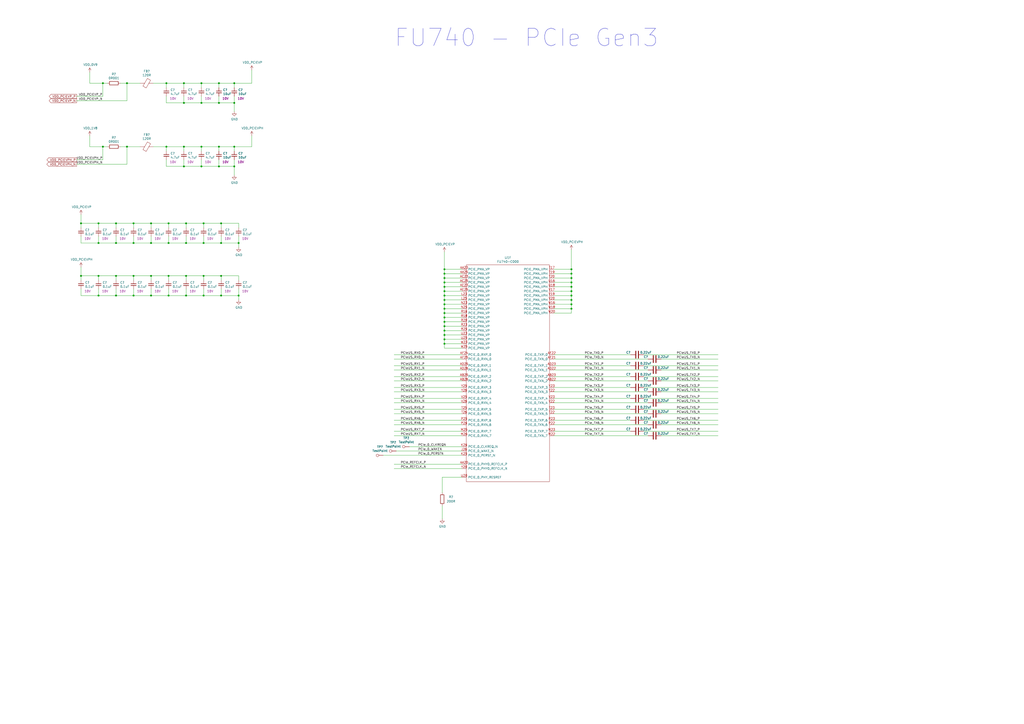
<source format=kicad_sch>
(kicad_sch (version 20231120) (generator "eeschema") (generator_version "8.0")
  (paper "A2")
  (lib_symbols
    (symbol "Connector:TestPoint" (pin_numbers hide) (pin_names (offset 0.762) hide)
      (property "Reference" "TP" (at 0 6.858 0))
      (property "Value" "TestPoint" (at 0 5.08 0))
      (symbol "TestPoint_1_1"
        (pin passive line (at 0 0 90) (length 2.54) (name "1") (number "1"))
      )
    )
    (symbol "Device:C" (pin_numbers hide) (pin_names (offset 0.254))
      (property "Reference" "C" (at 0.635 2.54 0))
      (property "Value" "C" (at 0.635 -2.54 0))
      (symbol "C_1_1"
        (pin passive line (at 0 3.81 270) (length 2.794) (name "~") (number "1"))
        (pin passive line (at 0 -3.81 90) (length 2.794) (name "~") (number "2"))
      )
    )
    (symbol "Device:C_Small" (pin_numbers hide) (pin_names (offset 0.254) hide)
      (property "Reference" "C" (at 0.254 1.778 0))
      (property "Value" "C_Small" (at 0.254 -2.032 0))
      (symbol "C_Small_1_1"
        (pin passive line (at 0 2.54 270) (length 2.032) (name "~") (number "1"))
        (pin passive line (at 0 -2.54 90) (length 2.032) (name "~") (number "2"))
      )
    )
    (symbol "Device:R" (pin_numbers hide) (pin_names (offset 0))
      (property "Reference" "R" (at 2.032 0 90))
      (property "Value" "R" (at 0 0 90))
      (symbol "R_1_1"
        (pin passive line (at 0 3.81 270) (length 1.27) (name "~") (number "1"))
        (pin passive line (at 0 -3.81 90) (length 1.27) (name "~") (number "2"))
      )
    )
    (symbol "hifive_unmatched_kicad_port-rescue:Ferrite_Bead-Device" (pin_numbers hide) (pin_names (offset 0))
      (property "Reference" "FB" (at -3.81 0.635 90))
      (property "Value" "Device_Ferrite_Bead" (at 3.81 0 90))
      (symbol "Ferrite_Bead-Device_1_1"
        (pin passive line (at 0 3.81 270) (length 2.54) (name "~") (number "1"))
        (pin passive line (at 0 -3.81 90) (length 2.54) (name "~") (number "2"))
      )
    )
    (symbol "hifive_unmatched_kicad_port-rescue:GND-power" (power) (pin_names (offset 0))
      (property "Value" "power_GND" (at 0 -3.81 0))
      (symbol "GND-power_1_1"
        (pin power_in line (at 0 0 270) (length 0) hide (name "GND") (number "1"))
      )
    )
    (symbol "power_custom:VDD_0V9" (power) (pin_names (offset 0))
      (property "Value" "VDD_0V9" (at 0 3.81 0))
      (symbol "VDD_0V9_1_1"
        (pin power_in line (at 0 0 90) (length 0) hide (name "VDD_0V9") (number "1"))
      )
    )
    (symbol "power_custom:VDD_1V8" (power) (pin_names (offset 0))
      (property "Value" "VDD_1V8" (at 0 3.81 0))
      (symbol "VDD_1V8_1_1"
        (pin power_in line (at 0 0 90) (length 0) hide (name "VDD_1V8") (number "1"))
      )
    )
    (symbol "power_custom:VDD_PCIEVP" (power) (pin_names (offset 0))
      (property "Value" "VDD_PCIEVP" (at 0 3.81 0))
      (symbol "VDD_PCIEVP_1_1"
        (pin power_in line (at 0 0 90) (length 0) hide (name "VDD_PCIEVP") (number "1"))
      )
    )
    (symbol "power_custom:VDD_PCIEVPH" (power) (pin_names (offset 0))
      (property "Value" "VDD_PCIEVPH" (at 0 3.81 0))
      (symbol "VDD_PCIEVPH_1_1"
        (pin power_in line (at 0 0 90) (length 0) hide (name "VDD_PCIEVPH") (number "1"))
      )
    )
    (symbol "sifive:FU740-C000" (pin_names (offset 1.016))
      (property "Reference" "U" (at 0 0 0))
      (property "Value" "FU740-C000" (at 0 0 0))
      (symbol "FU740-C000_1_1"
        (pin output line (at 33.02 -76.2 180) (length 2.54) (name "CHIPLINK_0_C2B_DATA_27") (number "AA10"))
        (pin output line (at 33.02 -33.02 180) (length 2.54) (name "CHIPLINK_0_C2B_DATA_10") (number "AA12"))
        (pin output line (at 33.02 -5.08 180) (length 2.54) (name "CHIPLINK_0_C2B_CLK") (number "AA13"))
        (pin input line (at -31.75 -71.12 0) (length 2.54) (name "CHIPLINK_0_B2C_DATA_25") (number "AA14"))
        (pin input line (at -31.75 -55.88 0) (length 2.54) (name "CHIPLINK_0_B2C_DATA_19") (number "AA15"))
        (pin input line (at -31.75 -27.94 0) (length 2.54) (name "CHIPLINK_0_B2C_DATA_8") (number "AA17"))
        (pin input line (at -31.75 -5.08 0) (length 2.54) (name "CHIPLINK_0_B2C_CLK") (number "AA18"))
        (pin output line (at 33.02 -90.17 180) (length 2.54) (name "CHIPLINK_0_C2B_SEND") (number "AA8"))
        (pin output line (at 33.02 -86.36 180) (length 2.54) (name "CHIPLINK_0_C2B_DATA_31") (number "AA9"))
        (pin output line (at 33.02 -48.26 180) (length 2.54) (name "CHIPLINK_0_C2B_DATA_16") (number "AB10"))
        (pin output line (at 33.02 -45.72 180) (length 2.54) (name "CHIPLINK_0_C2B_DATA_15") (number "AB11"))
        (pin output line (at 33.02 -22.86 180) (length 2.54) (name "CHIPLINK_0_C2B_DATA_6") (number "AB12"))
        (pin input line (at -31.75 -83.82 0) (length 2.54) (name "CHIPLINK_0_B2C_DATA_30") (number "AB14"))
        (pin input line (at -31.75 -68.58 0) (length 2.54) (name "CHIPLINK_0_B2C_DATA_24") (number "AB15"))
        (pin input line (at -31.75 -48.26 0) (length 2.54) (name "CHIPLINK_0_B2C_DATA_16") (number "AB16"))
        (pin input line (at -31.75 -35.56 0) (length 2.54) (name "CHIPLINK_0_B2C_DATA_11") (number "AB17"))
        (pin output line (at 33.02 -68.58 180) (length 2.54) (name "CHIPLINK_0_C2B_DATA_24") (number "AB9"))
        (pin output line (at 33.02 -25.4 180) (length 2.54) (name "CHIPLINK_0_C2B_DATA_7") (number "AC11"))
        (pin output line (at 33.02 -17.78 180) (length 2.54) (name "CHIPLINK_0_C2B_DATA_4") (number "AC12"))
        (pin output line (at 33.02 -15.24 180) (length 2.54) (name "CHIPLINK_0_C2B_DATA_3") (number "AC13"))
        (pin input line (at -31.75 -86.36 0) (length 2.54) (name "CHIPLINK_0_B2C_DATA_31") (number "AC14"))
        (pin input line (at -31.75 -63.5 0) (length 2.54) (name "CHIPLINK_0_B2C_DATA_22") (number "AC16"))
        (pin input line (at -31.75 -43.18 0) (length 2.54) (name "CHIPLINK_0_B2C_DATA_14") (number "AC17"))
        (pin input line (at -31.75 -15.24 0) (length 2.54) (name "CHIPLINK_0_B2C_DATA_3") (number "AC18"))
        (pin output line (at 33.02 -71.12 180) (length 2.54) (name "CHIPLINK_0_C2B_DATA_25") (number "AC8"))
        (pin output line (at 33.02 -50.8 180) (length 2.54) (name "CHIPLINK_0_C2B_DATA_17") (number "AC9"))
        (pin output line (at 33.02 -38.1 180) (length 2.54) (name "CHIPLINK_0_C2B_DATA_12") (number "AD10"))
        (pin output line (at 33.02 -10.16 180) (length 2.54) (name "CHIPLINK_0_C2B_DATA_1") (number "AD11"))
        (pin input line (at -31.75 -92.71 0) (length 2.54) (name "CHIPLINK_0_B2C_RST") (number "AD13"))
        (pin input line (at -31.75 -76.2 0) (length 2.54) (name "CHIPLINK_0_B2C_DATA_27") (number "AD14"))
        (pin input line (at -31.75 -58.42 0) (length 2.54) (name "CHIPLINK_0_B2C_DATA_20") (number "AD15"))
        (pin input line (at -31.75 -45.72 0) (length 2.54) (name "CHIPLINK_0_B2C_DATA_15") (number "AD16"))
        (pin input line (at -31.75 -25.4 0) (length 2.54) (name "CHIPLINK_0_B2C_DATA_7") (number "AD18"))
        (pin input line (at -31.75 -7.62 0) (length 2.54) (name "CHIPLINK_0_B2C_DATA_0") (number "AD19"))
        (pin output line (at 33.02 -92.71 180) (length 2.54) (name "CHIPLINK_0_C2B_RST") (number "AD5"))
        (pin output line (at 33.02 -66.04 180) (length 2.54) (name "CHIPLINK_0_C2B_DATA_23") (number "AD6"))
        (pin output line (at 33.02 -58.42 180) (length 2.54) (name "CHIPLINK_0_C2B_DATA_20") (number "AD8"))
        (pin output line (at 33.02 -43.18 180) (length 2.54) (name "CHIPLINK_0_C2B_DATA_14") (number "AD9"))
        (pin output line (at 33.02 -27.94 180) (length 2.54) (name "CHIPLINK_0_C2B_DATA_8") (number "AE10"))
        (pin output line (at 33.02 -12.7 180) (length 2.54) (name "CHIPLINK_0_C2B_DATA_2") (number "AE11"))
        (pin output line (at 33.02 -7.62 180) (length 2.54) (name "CHIPLINK_0_C2B_DATA_0") (number "AE12"))
        (pin input line (at -31.75 -81.28 0) (length 2.54) (name "CHIPLINK_0_B2C_DATA_29") (number "AE13"))
        (pin input line (at -31.75 -60.96 0) (length 2.54) (name "CHIPLINK_0_B2C_DATA_21") (number "AE15"))
        (pin input line (at -31.75 -53.34 0) (length 2.54) (name "CHIPLINK_0_B2C_DATA_18") (number "AE16"))
        (pin input line (at -31.75 -30.48 0) (length 2.54) (name "CHIPLINK_0_B2C_DATA_9") (number "AE17"))
        (pin input line (at -31.75 -22.86 0) (length 2.54) (name "CHIPLINK_0_B2C_DATA_6") (number "AE18"))
        (pin input line (at -31.75 -10.16 0) (length 2.54) (name "CHIPLINK_0_B2C_DATA_1") (number "AE19"))
        (pin output line (at 33.02 -53.34 180) (length 2.54) (name "CHIPLINK_0_C2B_DATA_18") (number "AE5"))
        (pin output line (at 33.02 -73.66 180) (length 2.54) (name "CHIPLINK_0_C2B_DATA_26") (number "AE6"))
        (pin output line (at 33.02 -63.5 180) (length 2.54) (name "CHIPLINK_0_C2B_DATA_22") (number "AE7"))
        (pin output line (at 33.02 -55.88 180) (length 2.54) (name "CHIPLINK_0_C2B_DATA_19") (number "AE8"))
        (pin output line (at 33.02 -20.32 180) (length 2.54) (name "CHIPLINK_0_C2B_DATA_5") (number "AF10"))
        (pin input line (at -31.75 -78.74 0) (length 2.54) (name "CHIPLINK_0_B2C_DATA_28") (number "AF12"))
        (pin input line (at -31.75 -73.66 0) (length 2.54) (name "CHIPLINK_0_B2C_DATA_26") (number "AF13"))
        (pin input line (at -31.75 -66.04 0) (length 2.54) (name "CHIPLINK_0_B2C_DATA_23") (number "AF14"))
        (pin input line (at -31.75 -50.8 0) (length 2.54) (name "CHIPLINK_0_B2C_DATA_17") (number "AF15"))
        (pin input line (at -31.75 -38.1 0) (length 2.54) (name "CHIPLINK_0_B2C_DATA_12") (number "AF17"))
        (pin input line (at -31.75 -20.32 0) (length 2.54) (name "CHIPLINK_0_B2C_DATA_5") (number "AF18"))
        (pin input line (at -31.75 -17.78 0) (length 2.54) (name "CHIPLINK_0_B2C_DATA_4") (number "AF19"))
        (pin output line (at 33.02 -78.74 180) (length 2.54) (name "CHIPLINK_0_C2B_DATA_28") (number "AF5"))
        (pin output line (at 33.02 -60.96 180) (length 2.54) (name "CHIPLINK_0_C2B_DATA_21") (number "AF7"))
        (pin output line (at 33.02 -40.64 180) (length 2.54) (name "CHIPLINK_0_C2B_DATA_13") (number "AF8"))
        (pin output line (at 33.02 -35.56 180) (length 2.54) (name "CHIPLINK_0_C2B_DATA_11") (number "AF9"))
        (pin output line (at 33.02 -83.82 180) (length 2.54) (name "CHIPLINK_0_C2B_DATA_30") (number "Y10"))
        (pin output line (at 33.02 -81.28 180) (length 2.54) (name "CHIPLINK_0_C2B_DATA_29") (number "Y11"))
        (pin output line (at 33.02 -30.48 180) (length 2.54) (name "CHIPLINK_0_C2B_DATA_9") (number "Y12"))
        (pin input line (at -31.75 -90.17 0) (length 2.54) (name "CHIPLINK_0_B2C_SEND") (number "Y13"))
        (pin input line (at -31.75 -40.64 0) (length 2.54) (name "CHIPLINK_0_B2C_DATA_13") (number "Y15"))
        (pin input line (at -31.75 -33.02 0) (length 2.54) (name "CHIPLINK_0_B2C_DATA_10") (number "Y16"))
        (pin input line (at -31.75 -12.7 0) (length 2.54) (name "CHIPLINK_0_B2C_DATA_2") (number "Y17"))
      )
      (symbol "FU740-C000_2_1"
        (pin power_in line (at -25.4 -5.08 0) (length 2.54) (name "DDR_VDDQ") (number "A1"))
        (pin passive line (at -25.4 -163.83 0) (length 2.54) (name "DRR_MEM_CKE_0") (number "A2"))
        (pin passive line (at -25.4 -153.67 0) (length 2.54) (name "DRR_MEM_RESET_N") (number "A3"))
        (pin passive line (at -25.4 -148.59 0) (length 2.54) (name "DRR_MEM_CS_N_0") (number "A4"))
        (pin power_in line (at -25.4 -7.62 0) (length 2.54) (name "DDR_VDDQ") (number "AA1"))
        (pin passive line (at 26.67 -7.62 180) (length 2.54) (name "DDR_MEM_DATA_1") (number "AA2"))
        (pin passive line (at 26.67 -5.08 180) (length 2.54) (name "DDR_MEM_DATA_0") (number "AA3"))
        (pin passive line (at 26.67 -10.16 180) (length 2.54) (name "DDR_MEM_DATA_2") (number "AA4"))
        (pin passive line (at 26.67 -93.98 180) (length 2.54) (name "DDR_MEM_DATA_24") (number "AA5"))
        (pin passive line (at 26.67 -101.6 180) (length 2.54) (name "DDR_MEM_DATA_27") (number "AA7"))
        (pin passive line (at 26.67 -12.7 180) (length 2.54) (name "DDR_MEM_DATA_3") (number "AB1"))
        (pin passive line (at 26.67 -67.31 180) (length 2.54) (name "DDR_MEM_DATA_17") (number "AB2"))
        (pin passive line (at 26.67 -116.84 180) (length 2.54) (name "DDR_MEM_DQS_M_3") (number "AB4"))
        (pin passive line (at 26.67 -114.3 180) (length 2.54) (name "DDR_MEM_DQS_P_3") (number "AB5"))
        (pin passive line (at 26.67 -99.06 180) (length 2.54) (name "DDR_MEM_DATA_26") (number "AB6"))
        (pin passive line (at 26.67 -119.38 180) (length 2.54) (name "DRR_MEM_DM_3") (number "AB7"))
        (pin power_in line (at -25.4 -10.16 0) (length 2.54) (name "DDR_VDDQ") (number "AB8"))
        (pin passive line (at 26.67 -72.39 180) (length 2.54) (name "DDR_MEM_DATA_19") (number "AC1"))
        (pin passive line (at 26.67 -64.77 180) (length 2.54) (name "DDR_MEM_DATA_16") (number "AC2"))
        (pin passive line (at 26.67 -90.17 180) (length 2.54) (name "DDR_MEM_DM_2") (number "AC3"))
        (pin passive line (at 26.67 -74.93 180) (length 2.54) (name "DDR_MEM_DATA_20") (number "AC4"))
        (pin power_in line (at -25.4 -12.7 0) (length 2.54) (name "DDR_VDDQ") (number "AC5"))
        (pin passive line (at -25.4 -223.52 0) (length 2.54) (name "DDR_PLL_TESTOUT_P") (number "AC6"))
        (pin passive line (at -25.4 -226.06 0) (length 2.54) (name "DRR_PLL_TESTOUT_N") (number "AC7"))
        (pin passive line (at 26.67 -69.85 180) (length 2.54) (name "DDR_MEM_DATA_18") (number "AD1"))
        (pin power_in line (at -25.4 -15.24 0) (length 2.54) (name "DDR_VDDQ") (number "AD2"))
        (pin passive line (at 26.67 -77.47 180) (length 2.54) (name "DDR_MEM_DATA_21") (number "AD3"))
        (pin passive line (at 26.67 -80.01 180) (length 2.54) (name "DDR_MEM_DATA_22") (number "AD4"))
        (pin passive line (at 26.67 -85.09 180) (length 2.54) (name "DDR_MEM_DQS_P_2") (number "AE1"))
        (pin passive line (at 26.67 -87.63 180) (length 2.54) (name "DDR_MEM_DQS_M_2") (number "AE2"))
        (pin passive line (at 26.67 -82.55 180) (length 2.54) (name "DDR_MEM_DATA_23") (number "AE3"))
        (pin passive line (at -25.4 -229.87 0) (length 2.54) (name "DRR_ATB0") (number "AF2"))
        (pin power_in line (at -25.4 -53.34 0) (length 2.54) (name "DDR_VDDQCK") (number "AF3"))
        (pin passive line (at -25.4 -232.41 0) (length 2.54) (name "DRR_ATB1") (number "AF4"))
        (pin passive line (at -25.4 -166.37 0) (length 2.54) (name "DRR_MEM_CKE_1") (number "B1"))
        (pin passive line (at -25.4 -151.13 0) (length 2.54) (name "DRR_MEM_CS_N_1") (number "B2"))
        (pin passive line (at -25.4 -143.51 0) (length 2.54) (name "DRR_MEM_ODT_0") (number "B4"))
        (pin passive line (at -25.4 -140.97 0) (length 2.54) (name "DRR_MEM_ERROR_N") (number "B5"))
        (pin passive line (at 26.67 -236.22 180) (length 2.54) (name "DDR_MEM_DM_7") (number "C1"))
        (pin passive line (at 26.67 -213.36 180) (length 2.54) (name "DDR_MEM_DATA_57") (number "C2"))
        (pin passive line (at 26.67 -210.82 180) (length 2.54) (name "DDR_MEM_DATA_56") (number "C3"))
        (pin passive line (at -25.4 -146.05 0) (length 2.54) (name "DRR_MEM_ODT_1") (number "C4"))
        (pin power_in line (at -25.4 -17.78 0) (length 2.54) (name "DDR_VDDQ") (number "C5"))
        (pin passive line (at 26.67 -201.93 180) (length 2.54) (name "DDR_MEM_DQS_P_6") (number "C6"))
        (pin passive line (at 26.67 -181.61 180) (length 2.54) (name "DDR_MEM_DATA_48") (number "C7"))
        (pin passive line (at 26.67 -220.98 180) (length 2.54) (name "DDR_MEM_DATA_60") (number "D1"))
        (pin power_in line (at -25.4 -20.32 0) (length 2.54) (name "DDR_VDDQ") (number "D2"))
        (pin passive line (at 26.67 -228.6 180) (length 2.54) (name "DDR_MEM_DATA_63") (number "D3"))
        (pin passive line (at 26.67 -215.9 180) (length 2.54) (name "DDR_MEM_DATA_58") (number "D4"))
        (pin passive line (at 26.67 -207.01 180) (length 2.54) (name "DDR_MEM_DM_6") (number "D5"))
        (pin passive line (at 26.67 -204.47 180) (length 2.54) (name "DDR_MEM_DQS_M_6") (number "D6"))
        (pin passive line (at 26.67 -184.15 180) (length 2.54) (name "DDR_MEM_DATA_49") (number "D8"))
        (pin passive line (at 26.67 -233.68 180) (length 2.54) (name "DDR_MEM_DQS_M_7") (number "E1"))
        (pin passive line (at 26.67 -231.14 180) (length 2.54) (name "DDR_MEM_DQS_P_7") (number "E2"))
        (pin passive line (at 26.67 -218.44 180) (length 2.54) (name "DDR_MEM_DATA_59") (number "E3"))
        (pin passive line (at 26.67 -196.85 180) (length 2.54) (name "DDR_MEM_DATA_54") (number "E5"))
        (pin passive line (at 26.67 -194.31 180) (length 2.54) (name "DDR_MEM_DATA_53") (number "E6"))
        (pin passive line (at 26.67 -199.39 180) (length 2.54) (name "DDR_MEM_DATA_55") (number "E7"))
        (pin passive line (at 26.67 -189.23 180) (length 2.54) (name "DDR_MEM_DATA_51") (number "E8"))
        (pin passive line (at 26.67 -135.89 180) (length 2.54) (name "DDR_MEM_DATA_37") (number "F2"))
        (pin passive line (at 26.67 -226.06 180) (length 2.54) (name "DDR_MEM_DATA_62") (number "F3"))
        (pin passive line (at 26.67 -223.52 180) (length 2.54) (name "DDR_MEM_DATA_61") (number "F4"))
        (pin passive line (at 26.67 -152.4 180) (length 2.54) (name "DDR_MEM_DATA_40") (number "F5"))
        (pin power_in line (at -25.4 -22.86 0) (length 2.54) (name "DDR_VDDQ") (number "F6"))
        (pin passive line (at 26.67 -191.77 180) (length 2.54) (name "DDR_MEM_DATA_52") (number "F7"))
        (pin passive line (at 26.67 -186.69 180) (length 2.54) (name "DDR_MEM_DATA_50") (number "F8"))
        (pin passive line (at 26.67 -143.51 180) (length 2.54) (name "DDR_MEM_DQS_P_4") (number "G1"))
        (pin passive line (at 26.67 -146.05 180) (length 2.54) (name "DDR_MEM_DQS_M_4") (number "G2"))
        (pin power_in line (at -25.4 -25.4 0) (length 2.54) (name "DDR_VDDQ") (number "G3"))
        (pin passive line (at 26.67 -140.97 180) (length 2.54) (name "DDR_MEM_DATA_39") (number "G4"))
        (pin passive line (at 26.67 -172.72 180) (length 2.54) (name "DDR_MEM_DQS_P_5") (number "G5"))
        (pin passive line (at 26.67 -175.26 180) (length 2.54) (name "DDR_MEM_DQS_M_5") (number "G6"))
        (pin passive line (at 26.67 -154.94 180) (length 2.54) (name "DDR_MEM_DATA_41") (number "G7"))
        (pin passive line (at 26.67 -125.73 180) (length 2.54) (name "DDR_MEM_DATA_33") (number "H1"))
        (pin passive line (at -25.4 -71.12 0) (length 2.54) (name "DRR_PLL_AVSS") (number "H15"))
        (pin passive line (at 26.67 -128.27 180) (length 2.54) (name "DDR_MEM_DATA_34") (number "H2"))
        (pin passive line (at 26.67 -133.35 180) (length 2.54) (name "DDR_MEM_DATA_36") (number "H3"))
        (pin passive line (at 26.67 -138.43 180) (length 2.54) (name "DDR_MEM_DATA_38") (number "H4"))
        (pin passive line (at 26.67 -160.02 180) (length 2.54) (name "DDR_MEM_DATA_43") (number "H6"))
        (pin passive line (at 26.67 -157.48 180) (length 2.54) (name "DDR_MEM_DATA_42") (number "H7"))
        (pin passive line (at 26.67 -123.19 180) (length 2.54) (name "DDR_MEM_DATA_32") (number "J1"))
        (pin passive line (at -25.4 -68.58 0) (length 2.54) (name "DRR_PLL_AVDD") (number "J15"))
        (pin passive line (at 26.67 -130.81 180) (length 2.54) (name "DDR_MEM_DATA_35") (number "J3"))
        (pin passive line (at 26.67 -148.59 180) (length 2.54) (name "DDR_MEM_DM_4") (number "J4"))
        (pin passive line (at 26.67 -165.1 180) (length 2.54) (name "DDR_MEM_DATA_45") (number "J5"))
        (pin passive line (at 26.67 -170.18 180) (length 2.54) (name "DDR_MEM_DATA_47") (number "J6"))
        (pin power_in line (at -25.4 -27.94 0) (length 2.54) (name "DDR_VDDQ") (number "J7"))
        (pin passive line (at -25.4 -110.49 0) (length 2.54) (name "DDR_MEM_ADDRESS_13") (number "K1"))
        (pin passive line (at -25.4 -115.57 0) (length 2.54) (name "DDR_MEM_ADDRESS_15") (number "K2"))
        (pin passive line (at -25.4 -138.43 0) (length 2.54) (name "DRR_MEM_PARITY_IN") (number "K3"))
        (pin power_in line (at -25.4 -30.48 0) (length 2.54) (name "DDR_VDDQ") (number "K4"))
        (pin passive line (at 26.67 -177.8 180) (length 2.54) (name "DDR_MEM_DM_5") (number "K5"))
        (pin passive line (at 26.67 -167.64 180) (length 2.54) (name "DDR_MEM_DATA_46") (number "K6"))
        (pin passive line (at 26.67 -162.56 180) (length 2.54) (name "DDR_MEM_DATA_44") (number "K7"))
        (pin power_in line (at -25.4 -33.02 0) (length 2.54) (name "DDR_VDDQ") (number "L1"))
        (pin passive line (at -25.4 -100.33 0) (length 2.54) (name "DDR_MEM_ADDRESS_9") (number "L2"))
        (pin passive line (at -25.4 -102.87 0) (length 2.54) (name "DDR_MEM_ADDRESS_10") (number "L3"))
        (pin passive line (at -25.4 -107.95 0) (length 2.54) (name "DDR_MEM_ADDRESS_12") (number "L4"))
        (pin passive line (at -25.4 -97.79 0) (length 2.54) (name "DDR_MEM_ADDRESS_8") (number "L5"))
        (pin passive line (at -25.4 -113.03 0) (length 2.54) (name "DDR_MEM_ADDRESS_14") (number "L7"))
        (pin passive line (at -25.4 -87.63 0) (length 2.54) (name "DDR_MEM_ADDRESS_3") (number "M1"))
        (pin passive line (at -25.4 -90.17 0) (length 2.54) (name "DDR_MEM_ADDRESS_4") (number "M2"))
        (pin passive line (at -25.4 -95.25 0) (length 2.54) (name "DDR_MEM_ADDRESS_7") (number "M5"))
        (pin passive line (at -25.4 -92.71 0) (length 2.54) (name "DDR_MEM_ADDRESS_5") (number "M6"))
        (pin passive line (at -25.4 -105.41 0) (length 2.54) (name "DDR_MEM_ADDRESS_11") (number "M7"))
        (pin power_in line (at -25.4 -35.56 0) (length 2.54) (name "DDR_VDDQ") (number "M8"))
        (pin passive line (at -25.4 -82.55 0) (length 2.54) (name "DDR_MEM_ADDRESS_1") (number "N1"))
        (pin passive line (at -25.4 -80.01 0) (length 2.54) (name "DDR_MEM_ADDRESS_0") (number "N2"))
        (pin passive line (at -25.4 -125.73 0) (length 2.54) (name "DDR_MEM_BANK_1") (number "N3"))
        (pin passive line (at -25.4 -123.19 0) (length 2.54) (name "DDR_MEM_BANK_0") (number "N4"))
        (pin power_in line (at -25.4 -38.1 0) (length 2.54) (name "DDR_VDDQ") (number "N5"))
        (pin passive line (at -25.4 -128.27 0) (length 2.54) (name "DRR_MEM_BANK_2") (number "N6"))
        (pin passive line (at -25.4 -85.09 0) (length 2.54) (name "DDR_MEM_ADDRESS_2") (number "N7"))
        (pin passive line (at -25.4 -62.23 0) (length 2.54) (name "DDR_VDDPLL") (number "N8"))
        (pin passive line (at -25.4 -135.89 0) (length 2.54) (name "DRR_MEM_WE_N") (number "P1"))
        (pin power_in line (at -25.4 -40.64 0) (length 2.54) (name "DDR_VDDQ") (number "P2"))
        (pin passive line (at -25.4 -168.91 0) (length 2.54) (name "DRR_MEM_CLK") (number "P3"))
        (pin passive line (at -25.4 -171.45 0) (length 2.54) (name "DRR_MEM_CLK_N") (number "P4"))
        (pin passive line (at -25.4 -130.81 0) (length 2.54) (name "DRR_MEM_RAS_N") (number "P5"))
        (pin passive line (at -25.4 -133.35 0) (length 2.54) (name "DRR_MEM_CAS_N") (number "P6"))
        (pin passive line (at 26.67 -53.34 180) (length 2.54) (name "DDR_MEM_DATA_15") (number "R1"))
        (pin passive line (at 26.67 -48.26 180) (length 2.54) (name "DDR_MEM_DATA_13") (number "R2"))
        (pin passive line (at 26.67 -50.8 180) (length 2.54) (name "DDR_MEM_DATA_14") (number "R3"))
        (pin passive line (at -25.4 -205.74 0) (length 2.54) (name "DRR_MEM_ECC_DATA_7") (number "R5"))
        (pin passive line (at -25.4 -203.2 0) (length 2.54) (name "DRR_MEM_ECC_DATA_6") (number "R6"))
        (pin passive line (at -25.4 -198.12 0) (length 2.54) (name "DRR_MEM_ECC_DATA_4") (number "R7"))
        (pin passive line (at -25.4 -64.77 0) (length 2.54) (name "DDR_VDDPLL") (number "R8"))
        (pin passive line (at 26.67 -60.96 180) (length 2.54) (name "DDR_MEM_DM_1") (number "T2"))
        (pin passive line (at 26.67 -45.72 180) (length 2.54) (name "DDR_MEM_DATA_12") (number "T3"))
        (pin passive line (at 26.67 -43.18 180) (length 2.54) (name "DDR_MEM_DATA_11") (number "T4"))
        (pin passive line (at -25.4 -200.66 0) (length 2.54) (name "DRR_MEM_ECC_DATA_5") (number "T5"))
        (pin power_in line (at -25.4 -43.18 0) (length 2.54) (name "DDR_VDDQ") (number "T6"))
        (pin passive line (at -25.4 -213.36 0) (length 2.54) (name "DRR_MEM_ECC_DM") (number "T7"))
        (pin passive line (at 26.67 -58.42 180) (length 2.54) (name "DDR_MEM_DQS_M_1") (number "U1"))
        (pin passive line (at 26.67 -55.88 180) (length 2.54) (name "DDR_MEM_DQS_P_1") (number "U2"))
        (pin power_in line (at -25.4 -45.72 0) (length 2.54) (name "DDR_VDDQ") (number "U3"))
        (pin passive line (at -25.4 -208.28 0) (length 2.54) (name "DRR_MEM_ECC_DQS_P") (number "U4"))
        (pin passive line (at -25.4 -210.82 0) (length 2.54) (name "DRR_MEM_ECC_DQS_M") (number "U5"))
        (pin passive line (at -25.4 -190.5 0) (length 2.54) (name "DRR_MEM_ECC_DATA_1") (number "U6"))
        (pin passive line (at -25.4 -195.58 0) (length 2.54) (name "DRR_MEM_ECC_DATA_3") (number "U7"))
        (pin passive line (at 26.67 -38.1 180) (length 2.54) (name "DDR_MEM_DATA_9") (number "V1"))
        (pin passive line (at 26.67 -40.64 180) (length 2.54) (name "DDR_MEM_DATA_10") (number "V2"))
        (pin passive line (at 26.67 -35.56 180) (length 2.54) (name "DDR_MEM_DATA_8") (number "V3"))
        (pin passive line (at 26.67 -15.24 180) (length 2.54) (name "DDR_MEM_DATA_4") (number "V4"))
        (pin passive line (at -25.4 -187.96 0) (length 2.54) (name "DRR_MEM_ECC_DATA_0") (number "V6"))
        (pin passive line (at -25.4 -193.04 0) (length 2.54) (name "DRR_MEM_ECC_DATA_2") (number "V7"))
        (pin passive line (at 26.67 -20.32 180) (length 2.54) (name "DDR_MEM_DATA_6") (number "W1"))
        (pin passive line (at 26.67 -22.86 180) (length 2.54) (name "DDR_MEM_DATA_7") (number "W3"))
        (pin passive line (at 26.67 -30.48 180) (length 2.54) (name "DDR_MEM_DM_0") (number "W4"))
        (pin passive line (at 26.67 -111.76 180) (length 2.54) (name "DDR_MEM_DATA_31") (number "W5"))
        (pin passive line (at 26.67 -109.22 180) (length 2.54) (name "DDR_MEM_DATA_30") (number "W6"))
        (pin power_in line (at -25.4 -48.26 0) (length 2.54) (name "DDR_VDDQ") (number "W7"))
        (pin passive line (at 26.67 -17.78 180) (length 2.54) (name "DDR_MEM_DATA_5") (number "Y1"))
        (pin passive line (at 26.67 -27.94 180) (length 2.54) (name "DDR_MEM_DQS_M_0") (number "Y2"))
        (pin passive line (at 26.67 -25.4 180) (length 2.54) (name "DDR_MEM_DQS_P_0") (number "Y3"))
        (pin power_in line (at -25.4 -50.8 0) (length 2.54) (name "DDR_VDDQ") (number "Y4"))
        (pin passive line (at 26.67 -106.68 180) (length 2.54) (name "DDR_MEM_DATA_29") (number "Y5"))
        (pin passive line (at 26.67 -104.14 180) (length 2.54) (name "DDR_MEM_DATA_28") (number "Y6"))
        (pin passive line (at 26.67 -96.52 180) (length 2.54) (name "DDR_MEM_DATA_25") (number "Y7"))
        (pin passive line (at -25.4 -236.22 0) (length 2.54) (name "DRR_CAL_0") (number "Y9"))
      )
      (symbol "FU740-C000_3_1"
        (pin passive line (at 33.02 -39.37 180) (length 2.54) (name "GEMGXL_0_MDIO") (number "A23"))
        (pin passive line (at -26.67 -35.56 0) (length 2.54) (name "GEMGXL_0_RX_ER") (number "A24"))
        (pin passive line (at -26.67 -13.97 0) (length 2.54) (name "GEMGXL_0_RXD_1") (number "A25"))
        (pin passive line (at -26.67 -21.59 0) (length 2.54) (name "GEMGXL_0_RXD_4") (number "B24"))
        (pin output line (at 33.02 -20.32 180) (length 2.54) (name "GEMGXL_0_TXD_5") (number "B25"))
        (pin output line (at 33.02 -7.62 180) (length 2.54) (name "GEMGXL_0_TXD_0") (number "B26"))
        (pin passive line (at -26.67 -26.67 0) (length 2.54) (name "GEMGXL_0_RXD_6") (number "C23"))
        (pin passive line (at 33.02 -33.02 180) (length 2.54) (name "GEMGXL_0_TX_ER") (number "C24"))
        (pin passive line (at -26.67 -40.64 0) (length 2.54) (name "GEMGXL_0_COL") (number "C26"))
        (pin passive line (at -26.67 -19.05 0) (length 2.54) (name "GEMGXL_0_RXD_3") (number "D23"))
        (pin output line (at 33.02 -15.24 180) (length 2.54) (name "GEMGXL_0_TXD_3") (number "D24"))
        (pin passive line (at 33.02 -5.08 180) (length 2.54) (name "GEMGXL_0_TX_CLK") (number "D25"))
        (pin passive line (at -26.67 -29.21 0) (length 2.54) (name "GEMGXL_0_RXD_7") (number "E21"))
        (pin passive line (at -26.67 -24.13 0) (length 2.54) (name "GEMGXL_0_RXD_5") (number "E22"))
        (pin output line (at 33.02 -17.78 180) (length 2.54) (name "GEMGXL_0_TXD_4") (number "E23"))
        (pin passive line (at -26.67 -38.1 0) (length 2.54) (name "GEMGXL_0_CRS") (number "E25"))
        (pin passive line (at -26.67 -71.12 0) (length 2.54) (name "ULPI_DATA_6") (number "E26"))
        (pin passive line (at 33.02 -36.83 180) (length 2.54) (name "GEMGXL_0_MDC") (number "F20"))
        (pin passive line (at -26.67 -11.43 0) (length 2.54) (name "GEMGXL_0_RXD_0") (number "F22"))
        (pin output line (at 33.02 -12.7 180) (length 2.54) (name "GEMGXL_0_TXD_2") (number "F23"))
        (pin passive line (at -26.67 -73.66 0) (length 2.54) (name "ULPI_DATA_7") (number "F24"))
        (pin passive line (at -26.67 -87.63 0) (length 2.54) (name "ULPI_VBUS") (number "F25"))
        (pin passive line (at -26.67 -33.02 0) (length 2.54) (name "GEMGXL_0_RX_DV") (number "G20"))
        (pin passive line (at -26.67 -16.51 0) (length 2.54) (name "GEMGXL_0_RXD_2") (number "G21"))
        (pin passive line (at -26.67 -8.89 0) (length 2.54) (name "GEMGXL_0_RX_CLK") (number "G22"))
        (pin passive line (at -26.67 -55.88 0) (length 2.54) (name "ULPI_DATA_0") (number "G24"))
        (pin passive line (at -26.67 -58.42 0) (length 2.54) (name "ULPI_DATA_1") (number "G25"))
        (pin passive line (at -26.67 -80.01 0) (length 2.54) (name "ULPI_NXT") (number "G26"))
        (pin passive line (at -26.67 -96.52 0) (length 2.54) (name "GEMGXL_PLL_AVSS") (number "H14"))
        (pin output line (at 33.02 -10.16 180) (length 2.54) (name "GEMGXL_0_TXD_1") (number "H22"))
        (pin passive line (at -26.67 -68.58 0) (length 2.54) (name "ULPI_DATA_5") (number "H23"))
        (pin passive line (at -26.67 -66.04 0) (length 2.54) (name "ULPI_DATA_4") (number "H24"))
        (pin passive line (at -26.67 -82.55 0) (length 2.54) (name "ULPI_RST") (number "H26"))
        (pin power_in line (at -26.67 -5.08 0) (length 2.54) (name "GEMGXL_PLL_AVDD") (number "J14"))
        (pin output line (at 33.02 -22.86 180) (length 2.54) (name "GEMGXL_0_TXD_6") (number "J20"))
        (pin output line (at 33.02 -25.4 180) (length 2.54) (name "GEMGXL_0_TXD_7") (number "J21"))
        (pin passive line (at 33.02 -30.48 180) (length 2.54) (name "GEMGXL_0_TX_EN") (number "J21"))
        (pin passive line (at -26.67 -63.5 0) (length 2.54) (name "ULPI_DATA_3") (number "J23"))
        (pin passive line (at -26.67 -60.96 0) (length 2.54) (name "ULPI_DATA_2") (number "J24"))
        (pin passive line (at -26.67 -85.09 0) (length 2.54) (name "ULPI_STP") (number "J25"))
        (pin passive line (at -26.67 -44.45 0) (length 2.54) (name "GEMGXL_0_GTX_CLK") (number "K21"))
        (pin passive line (at -26.67 -52.07 0) (length 2.54) (name "ULPI_CLK") (number "K23"))
        (pin passive line (at -26.67 -77.47 0) (length 2.54) (name "ULPI_DIR") (number "M21"))
      )
      (symbol "FU740-C000_4_1"
        (pin passive line (at 22.86 -41.91 180) (length 2.54) (name "QSPI_DQ_3") (number "A10"))
        (pin power_in line (at -21.59 -8.89 0) (length 2.54) (name "IVDD") (number "A11"))
        (pin passive line (at 22.86 -50.8 180) (length 2.54) (name "QSPI_1_DQ_0") (number "A12"))
        (pin passive line (at -21.59 -116.84 0) (length 2.54) (name "I2C_0_SDA") (number "A13"))
        (pin passive line (at -21.59 -114.3 0) (length 2.54) (name "I2C_0_SCL") (number "A14"))
        (pin passive line (at 22.86 -5.08 180) (length 2.54) (name "GPIO_0_PINS_RXD") (number "A15"))
        (pin passive line (at -21.59 -105.41 0) (length 2.54) (name "GPIO_0_PINS_13") (number "A20"))
        (pin power_in line (at -21.59 -11.43 0) (length 2.54) (name "IVDD") (number "A21"))
        (pin passive line (at -21.59 -80.01 0) (length 2.54) (name "GPIO_0_PINS_3") (number "A22"))
        (pin passive line (at 22.86 -91.44 180) (length 2.54) (name "JTAG_TCK") (number "A7"))
        (pin passive line (at 22.86 -71.12 180) (length 2.54) (name "PWM_0_PWM_1") (number "A8"))
        (pin passive line (at 22.86 -87.63 180) (length 2.54) (name "PWM_1_PWM_3") (number "A9"))
        (pin power_in line (at -21.59 -13.97 0) (length 2.54) (name "IVDD") (number "AA11"))
        (pin power_in line (at -21.59 -16.51 0) (length 2.54) (name "IVDD") (number "AB18"))
        (pin power_in line (at -21.59 -19.05 0) (length 2.54) (name "IVDD") (number "AC15"))
        (pin power_in line (at -21.59 -21.59 0) (length 2.54) (name "IVDD") (number "AD12"))
        (pin power_in line (at -21.59 -26.67 0) (length 2.54) (name "IVDD") (number "AE20"))
        (pin power_in line (at -21.59 -24.13 0) (length 2.54) (name "IVDD") (number "AE9"))
        (pin power_in line (at -21.59 -31.75 0) (length 2.54) (name "IVDD") (number "AF16"))
        (pin power_in line (at -21.59 -29.21 0) (length 2.54) (name "IVDD") (number "AF6"))
        (pin passive line (at 22.86 -34.29 180) (length 2.54) (name "QSPI_0_DQ_0") (number "B10"))
        (pin passive line (at 22.86 -31.75 180) (length 2.54) (name "QSPI_0_SCK") (number "B11"))
        (pin passive line (at 22.86 -20.32 180) (length 2.54) (name "SPI_0_DQ_1") (number "B12"))
        (pin passive line (at 22.86 -8.89 180) (length 2.54) (name "UART_1_TXD") (number "B14"))
        (pin power_in line (at -21.59 -36.83 0) (length 2.54) (name "IVDD") (number "B18"))
        (pin passive line (at -21.59 -100.33 0) (length 2.54) (name "GPIO_0_PINS_11") (number "B20"))
        (pin passive line (at -21.59 -92.71 0) (length 2.54) (name "GPIO_0_PINS_8") (number "B21"))
        (pin passive line (at -21.59 -72.39 0) (length 2.54) (name "GPIO_0_PINS_0") (number "B22"))
        (pin passive line (at 22.86 -93.98 180) (length 2.54) (name "JTAG_TDI") (number "B7"))
        (pin power_in line (at -21.59 -34.29 0) (length 2.54) (name "IVDD") (number "B8"))
        (pin passive line (at 22.86 -82.55 180) (length 2.54) (name "PWM_1_PWM_1") (number "B9"))
        (pin passive line (at 22.86 -55.88 180) (length 2.54) (name "QSPI_1_DQ_2") (number "C11"))
        (pin passive line (at 22.86 -25.4 180) (length 2.54) (name "SPI_0_DQ_3") (number "C12"))
        (pin passive line (at 22.86 -22.86 180) (length 2.54) (name "SPI_0_DQ_2") (number "C13"))
        (pin power_in line (at -21.59 -39.37 0) (length 2.54) (name "IVDD") (number "C15"))
        (pin power_in line (at -21.59 -3.81 0) (length 2.54) (name "OTP_IVDD") (number "C19"))
        (pin passive line (at -21.59 -87.63 0) (length 2.54) (name "GPIO_0_PINS_6") (number "C21"))
        (pin passive line (at -21.59 -74.93 0) (length 2.54) (name "GPIO_0_PINS_1") (number "C22"))
        (pin power_in line (at -21.59 -41.91 0) (length 2.54) (name "IVDD") (number "C25"))
        (pin passive line (at 22.86 -73.66 180) (length 2.54) (name "PWM_0_PWM_2") (number "C8"))
        (pin passive line (at 22.86 -68.58 180) (length 2.54) (name "PWM_0_PWM_0") (number "C9"))
        (pin passive line (at 22.86 -58.42 180) (length 2.54) (name "QSPI_1_DQ_3") (number "D10"))
        (pin passive line (at 22.86 -63.5 180) (length 2.54) (name "QSPI_1_CS_1") (number "D11"))
        (pin power_in line (at -21.59 -44.45 0) (length 2.54) (name "IVDD") (number "D12"))
        (pin passive line (at -21.59 -120.65 0) (length 2.54) (name "I2C_1_SCL") (number "D13"))
        (pin passive line (at 22.86 -11.43 180) (length 2.54) (name "UART_1_RXD") (number "D14"))
        (pin passive line (at -21.59 -97.79 0) (length 2.54) (name "GPIO_0_PINS_10") (number "D19"))
        (pin passive line (at -21.59 -90.17 0) (length 2.54) (name "GPIO_0_PINS_7") (number "D20"))
        (pin passive line (at -21.59 -82.55 0) (length 2.54) (name "GPIO_0_PINS_4") (number "D21"))
        (pin power_in line (at -21.59 -46.99 0) (length 2.54) (name "IVDD") (number "D22"))
        (pin passive line (at 22.86 -60.96 180) (length 2.54) (name "QSPI_1_CS_0") (number "D9"))
        (pin passive line (at 22.86 -80.01 180) (length 2.54) (name "PWM_1_PWM0") (number "E10"))
        (pin passive line (at 22.86 -36.83 180) (length 2.54) (name "QSPI_0_DQ_1") (number "E11"))
        (pin passive line (at 22.86 -27.94 180) (length 2.54) (name "SPI_0_CS_0") (number "E12"))
        (pin passive line (at -21.59 -123.19 0) (length 2.54) (name "I2C_1_SDA") (number "E13"))
        (pin passive line (at -21.59 -107.95 0) (length 2.54) (name "GPIO_0_PINS_14") (number "E18"))
        (pin power_in line (at -21.59 -49.53 0) (length 2.54) (name "IVDD") (number "E19"))
        (pin passive line (at -21.59 -85.09 0) (length 2.54) (name "GPIO_0_PINS_5") (number "E20"))
        (pin passive line (at 22.86 -44.45 180) (length 2.54) (name "QSPI_0_CS_0") (number "E9"))
        (pin passive line (at 22.86 -39.37 180) (length 2.54) (name "QSPI_DQ_2") (number "F10"))
        (pin passive line (at 22.86 -48.26 180) (length 2.54) (name "QSPI_1_SCK") (number "F12"))
        (pin passive line (at 22.86 -15.24 180) (length 2.54) (name "SPI_0_SCK") (number "F13"))
        (pin passive line (at 22.86 -2.54 180) (length 2.54) (name "UART_0_TXD") (number "F14"))
        (pin power_in line (at -21.59 -52.07 0) (length 2.54) (name "IVDD") (number "F16"))
        (pin passive line (at -21.59 -102.87 0) (length 2.54) (name "GPIO_0_PINS_12") (number "F18"))
        (pin passive line (at -21.59 -95.25 0) (length 2.54) (name "GPIO_0_PINS_9") (number "F19"))
        (pin power_in line (at -21.59 -54.61 0) (length 2.54) (name "IVDD") (number "F26"))
        (pin passive line (at 22.86 -76.2 180) (length 2.54) (name "PWM_0_PWM_3") (number "F9"))
        (pin passive line (at 22.86 -85.09 180) (length 2.54) (name "PWM_1_PWM_2") (number "G10"))
        (pin passive line (at 22.86 -99.06 180) (length 2.54) (name "JTAG_TMS") (number "G11"))
        (pin passive line (at 22.86 -53.34 180) (length 2.54) (name "QSPI_1_DQ_1") (number "G12"))
        (pin passive line (at 22.86 -17.78 180) (length 2.54) (name "SPI_0_DQ_0") (number "G13"))
        (pin passive line (at -21.59 -110.49 0) (length 2.54) (name "GPIO_0_PINS_15") (number "G17"))
        (pin passive line (at -21.59 -77.47 0) (length 2.54) (name "GPIO_0_PINS_2") (number "G19"))
        (pin power_in line (at -21.59 -57.15 0) (length 2.54) (name "IVDD") (number "G23"))
        (pin passive line (at 22.86 -96.52 180) (length 2.54) (name "JTAG_TDO") (number "G9"))
        (pin power_in line (at -21.59 -59.69 0) (length 2.54) (name "IVDD") (number "H20"))
        (pin power_in line (at -21.59 -62.23 0) (length 2.54) (name "IVDD") (number "K24"))
        (pin power_in line (at -21.59 -64.77 0) (length 2.54) (name "IVDD") (number "L21"))
        (pin power_in line (at -21.59 -67.31 0) (length 2.54) (name "IVDD") (number "Y14"))
      )
      (symbol "FU740-C000_5_1"
        (pin passive line (at -31.75 -7.62 0) (length 2.54) (name "PRCI_HFXOSCOUT") (number "A17"))
        (pin passive line (at 33.02 -17.78 180) (length 2.54) (name "PRCI_CORECLKPLLSEL") (number "A19"))
        (pin passive line (at 33.02 -29.21 180) (length 2.54) (name "THERMALDIODE_ANODE") (number "A5"))
        (pin passive line (at 33.02 -13.97 180) (length 2.54) (name "CHIP_ID_SELECT_0") (number "B15"))
        (pin passive line (at 33.02 -3.81 180) (length 2.54) (name "BOOT_MODE_SELECT_0") (number "B16"))
        (pin passive line (at -31.75 -3.81 0) (length 2.54) (name "PRCI_HFXOSCIN") (number "B17"))
        (pin passive line (at -31.75 -15.24 0) (length 2.54) (name "PRCI_RTCXALTCLKIN") (number "B19"))
        (pin passive line (at 33.02 -31.75 180) (length 2.54) (name "THERMALDIODE_CATHODE") (number "B6"))
        (pin passive line (at 33.02 -8.89 180) (length 2.54) (name "BOOT_MODE_SELECT_2") (number "C14"))
        (pin passive line (at 33.02 -11.43 180) (length 2.54) (name "BOOT_MODE_SELECT_3") (number "C16"))
        (pin passive line (at -31.75 -30.48 0) (length 2.54) (name "PRCI_PSD_RESETEN_N") (number "C17"))
        (pin passive line (at -31.75 -22.86 0) (length 2.54) (name "PRCI_PORESET_N") (number "C18"))
        (pin passive line (at 33.02 -25.4 180) (length 2.54) (name "PRCI_RTCXSEL") (number "D15"))
        (pin passive line (at -31.75 -20.32 0) (length 2.54) (name "PRCI_ERESET_N") (number "D16"))
        (pin passive line (at -31.75 -11.43 0) (length 2.54) (name "PRCI_HFXCLKIN") (number "D18"))
        (pin passive line (at -31.75 -27.94 0) (length 2.54) (name "PRCI_PSD_TEST_MODE_RESET") (number "E15"))
        (pin passive line (at 33.02 -35.56 180) (length 2.54) (name "PRCI_PROCMON") (number "E16"))
        (pin passive line (at 33.02 -20.32 180) (length 2.54) (name "PRCI_TLCLKSEL") (number "E17"))
        (pin passive line (at 33.02 -6.35 180) (length 2.54) (name "BOOT_MODE_SELECT_1") (number "F15"))
        (pin passive line (at 33.02 -22.86 180) (length 2.54) (name "PRCI_HFXSEL") (number "F17"))
        (pin passive line (at -31.75 -25.4 0) (length 2.54) (name "PRCI_PSD_ASYNCRESET_N") (number "G16"))
      )
      (symbol "FU740-C000_6_1"
        (pin input line (at -26.67 -116.84 0) (length 2.54) (name "PCIE_0_PHY0_REFCLK_P") (number "AA20"))
        (pin power_in line (at -26.67 -3.81 0) (length 2.54) (name "PCIE_PMA_VP") (number "AA23"))
        (pin power_in line (at -26.67 -6.35 0) (length 2.54) (name "PCIE_PMA_VP") (number "AA25"))
        (pin passive line (at 26.67 -68.58 180) (length 2.54) (name "PCIE_0_TXN_2") (number "AB22"))
        (pin passive line (at 26.67 -66.04 180) (length 2.54) (name "PCIE_0_TXP_2") (number "AB23"))
        (pin input line (at -26.67 -66.04 0) (length 2.54) (name "PCIE_0_RXP_2") (number "AB25"))
        (pin input line (at -26.67 -68.58 0) (length 2.54) (name "PCIE_0_RXN_2") (number "AB26"))
        (pin power_in line (at -26.67 -8.89 0) (length 2.54) (name "PCIE_PMA_VP") (number "AC23"))
        (pin power_in line (at -26.67 -11.43 0) (length 2.54) (name "PCIE_PMA_VP") (number "AC25"))
        (pin passive line (at 26.67 -62.23 180) (length 2.54) (name "PCIE_0_TXN_1") (number "AD22"))
        (pin passive line (at 26.67 -59.69 180) (length 2.54) (name "PCIE_0_TXP_1") (number "AD23"))
        (pin input line (at -26.67 -59.69 0) (length 2.54) (name "PCIE_0_RXP_1") (number "AD25"))
        (pin input line (at -26.67 -62.23 0) (length 2.54) (name "PCIE_0_RXN_1") (number "AD26"))
        (pin power_in line (at -26.67 -13.97 0) (length 2.54) (name "PCIE_PMA_VP") (number "AE23"))
        (pin power_in line (at -26.67 -16.51 0) (length 2.54) (name "PCIE_PMA_VP") (number "AE25"))
        (pin passive line (at 26.67 -55.88 180) (length 2.54) (name "PCIE_0_TXN_0") (number "AF21"))
        (pin passive line (at 26.67 -53.34 180) (length 2.54) (name "PCIE_0_TXP_0") (number "AF22"))
        (pin input line (at -26.67 -53.34 0) (length 2.54) (name "PCIE_0_RXP_0") (number "AF24"))
        (pin input line (at -26.67 -55.88 0) (length 2.54) (name "PCIE_0_RXN_0") (number "AF25"))
        (pin passive line (at -26.67 -109.22 0) (length 2.54) (name "PCIE_0_WAKE_N") (number "J26"))
        (pin passive line (at -26.67 -111.76 0) (length 2.54) (name "PCIE_0_PERST_N") (number "K25"))
        (pin passive line (at -26.67 -106.68 0) (length 2.54) (name "PCIE_0_CLKREQ_N") (number "K26"))
        (pin power_in line (at -26.67 -19.05 0) (length 2.54) (name "PCIE_PMA_VP") (number "L23"))
        (pin power_in line (at -26.67 -21.59 0) (length 2.54) (name "PCIE_PMA_VP") (number "L25"))
        (pin passive line (at 26.67 -100.33 180) (length 2.54) (name "PCIE_0_TXN_7") (number "M22"))
        (pin passive line (at 26.67 -97.79 180) (length 2.54) (name "PCIE_0_TXP_7") (number "M23"))
        (pin input line (at -26.67 -97.79 0) (length 2.54) (name "PCIE_0_RXP_7") (number "M25"))
        (pin input line (at -26.67 -100.33 0) (length 2.54) (name "PCIE_0_RXN_7") (number "M26"))
        (pin power_in line (at -26.67 -24.13 0) (length 2.54) (name "PCIE_PMA_VP") (number "N23"))
        (pin power_in line (at -26.67 -26.67 0) (length 2.54) (name "PCIE_PMA_VP") (number "N25"))
        (pin passive line (at 26.67 -93.98 180) (length 2.54) (name "PCIE_0_TXN_6") (number "P22"))
        (pin passive line (at 26.67 -91.44 180) (length 2.54) (name "PCIE_0_TXP_6") (number "P23"))
        (pin input line (at -26.67 -91.44 0) (length 2.54) (name "PCIE_0_RXP_6") (number "P25"))
        (pin input line (at -26.67 -93.98 0) (length 2.54) (name "PCIE_0_RXN_6") (number "P26"))
        (pin power_in line (at -26.67 -29.21 0) (length 2.54) (name "PCIE_PMA_VP") (number "R16"))
        (pin power_in line (at -26.67 -31.75 0) (length 2.54) (name "PCIE_PMA_VP") (number "R18"))
        (pin power_in line (at -26.67 -34.29 0) (length 2.54) (name "PCIE_PMA_VP") (number "R20"))
        (pin power_in line (at -26.67 -36.83 0) (length 2.54) (name "PCIE_PMA_VP") (number "R23"))
        (pin power_in line (at -26.67 -39.37 0) (length 2.54) (name "PCIE_PMA_VP") (number "R25"))
        (pin power_in line (at 26.67 -3.81 180) (length 2.54) (name "PCIE_PMA_VPH") (number "T17"))
        (pin power_in line (at 26.67 -6.35 180) (length 2.54) (name "PCIE_PMA_VPH") (number "T19"))
        (pin power_in line (at 26.67 -8.89 180) (length 2.54) (name "PCIE_PMA_VPH") (number "T20"))
        (pin passive line (at 26.67 -87.63 180) (length 2.54) (name "PCIE_0_TXN_5") (number "T22"))
        (pin passive line (at 26.67 -85.09 180) (length 2.54) (name "PCIE_0_TXP_5") (number "T23"))
        (pin input line (at -26.67 -85.09 0) (length 2.54) (name "PCIE_0_RXP_5") (number "T25"))
        (pin input line (at -26.67 -87.63 0) (length 2.54) (name "PCIE_0_RXN_5") (number "T26"))
        (pin power_in line (at 26.67 -11.43 180) (length 2.54) (name "PCIE_PMA_VPH") (number "U16"))
        (pin power_in line (at 26.67 -13.97 180) (length 2.54) (name "PCIE_PMA_VPH") (number "U18"))
        (pin passive line (at -26.67 -124.46 0) (length 2.54) (name "PCIE_0_PHY_RESREF") (number "U20"))
        (pin power_in line (at -26.67 -41.91 0) (length 2.54) (name "PCIE_PMA_VP") (number "U23"))
        (pin power_in line (at -26.67 -44.45 0) (length 2.54) (name "PCIE_PMA_VP") (number "U25"))
        (pin power_in line (at 26.67 -16.51 180) (length 2.54) (name "PCIE_PMA_VPH") (number "V17"))
        (pin power_in line (at 26.67 -19.05 180) (length 2.54) (name "PCIE_PMA_VPH") (number "V19"))
        (pin power_in line (at 26.67 -21.59 180) (length 2.54) (name "PCIE_PMA_VPH") (number "V20"))
        (pin passive line (at 26.67 -81.28 180) (length 2.54) (name "PCIE_0_TXN_4") (number "V22"))
        (pin passive line (at 26.67 -78.74 180) (length 2.54) (name "PCIE_0_TXP_4") (number "V23"))
        (pin input line (at -26.67 -78.74 0) (length 2.54) (name "PCIE_0_RXP_4") (number "V25"))
        (pin input line (at -26.67 -81.28 0) (length 2.54) (name "PCIE_0_RXN_4") (number "V26"))
        (pin power_in line (at 26.67 -24.13 180) (length 2.54) (name "PCIE_PMA_VPH") (number "W16"))
        (pin power_in line (at 26.67 -26.67 180) (length 2.54) (name "PCIE_PMA_VPH") (number "W18"))
        (pin power_in line (at 26.67 -29.21 180) (length 2.54) (name "PCIE_PMA_VPH") (number "W20"))
        (pin power_in line (at -26.67 -46.99 0) (length 2.54) (name "PCIE_PMA_VP") (number "W23"))
        (pin power_in line (at -26.67 -49.53 0) (length 2.54) (name "PCIE_PMA_VP") (number "W25"))
        (pin input line (at -26.67 -119.38 0) (length 2.54) (name "PCIE_0_PHY0_REFCLK_N") (number "Y20"))
        (pin passive line (at 26.67 -74.93 180) (length 2.54) (name "PCIE_0_TXN_3") (number "Y22"))
        (pin passive line (at 26.67 -72.39 180) (length 2.54) (name "PCIE_0_TXP_3") (number "Y23"))
        (pin input line (at -26.67 -72.39 0) (length 2.54) (name "PCIE_0_RXP_3") (number "Y25"))
        (pin input line (at -26.67 -74.93 0) (length 2.54) (name "PCIE_0_RXN_3") (number "Y26"))
      )
      (symbol "FU740-C000_7_1"
        (pin passive line (at -25.4 -193.04 0) (length 2.54) (name "VSS") (number "A16"))
        (pin passive line (at -25.4 -195.58 0) (length 2.54) (name "VSS") (number "A26"))
        (pin passive line (at -25.4 -190.5 0) (length 2.54) (name "VSS") (number "A6"))
        (pin passive line (at -25.4 -200.66 0) (length 2.54) (name "VSS") (number "AA16"))
        (pin passive line (at -25.4 -203.2 0) (length 2.54) (name "VSS") (number "AA19"))
        (pin passive line (at -25.4 -205.74 0) (length 2.54) (name "VSS") (number "AA21"))
        (pin passive line (at -25.4 -208.28 0) (length 2.54) (name "VSS") (number "AA22"))
        (pin passive line (at -25.4 -210.82 0) (length 2.54) (name "VSS") (number "AA24"))
        (pin passive line (at -25.4 -213.36 0) (length 2.54) (name "VSS") (number "AA26"))
        (pin passive line (at -25.4 -198.12 0) (length 2.54) (name "VSS") (number "AA6"))
        (pin passive line (at -25.4 -218.44 0) (length 2.54) (name "VSS") (number "AB13"))
        (pin passive line (at -25.4 -220.98 0) (length 2.54) (name "VSS") (number "AB19"))
        (pin passive line (at -25.4 -223.52 0) (length 2.54) (name "VSS") (number "AB20"))
        (pin passive line (at -25.4 -226.06 0) (length 2.54) (name "VSS") (number "AB21"))
        (pin passive line (at -25.4 -228.6 0) (length 2.54) (name "VSS") (number "AB24"))
        (pin passive line (at -25.4 -215.9 0) (length 2.54) (name "VSS") (number "AB3"))
        (pin passive line (at -25.4 -231.14 0) (length 2.54) (name "VSS") (number "AC10"))
        (pin passive line (at -25.4 -233.68 0) (length 2.54) (name "VSS") (number "AC19"))
        (pin passive line (at -25.4 -236.22 0) (length 2.54) (name "VSS") (number "AC20"))
        (pin passive line (at -25.4 -238.76 0) (length 2.54) (name "VSS") (number "AC21"))
        (pin passive line (at -25.4 -241.3 0) (length 2.54) (name "VSS") (number "AC22"))
        (pin passive line (at -25.4 -243.84 0) (length 2.54) (name "VSS") (number "AC24"))
        (pin passive line (at -25.4 -246.38 0) (length 2.54) (name "VSS") (number "AC26"))
        (pin passive line (at -25.4 -251.46 0) (length 2.54) (name "VSS") (number "AD17"))
        (pin passive line (at -25.4 -254 0) (length 2.54) (name "VSS") (number "AD20"))
        (pin passive line (at -25.4 -256.54 0) (length 2.54) (name "VSS") (number "AD21"))
        (pin passive line (at -25.4 -259.08 0) (length 2.54) (name "VSS") (number "AD24"))
        (pin passive line (at -25.4 -248.92 0) (length 2.54) (name "VSS") (number "AD7"))
        (pin passive line (at -25.4 -264.16 0) (length 2.54) (name "VSS") (number "AE14"))
        (pin passive line (at -25.4 -266.7 0) (length 2.54) (name "VSS") (number "AE21"))
        (pin passive line (at -25.4 -269.24 0) (length 2.54) (name "VSS") (number "AE22"))
        (pin passive line (at -25.4 -271.78 0) (length 2.54) (name "VSS") (number "AE24"))
        (pin passive line (at -25.4 -274.32 0) (length 2.54) (name "VSS") (number "AE26"))
        (pin passive line (at -25.4 -261.62 0) (length 2.54) (name "VSS") (number "AE4"))
        (pin passive line (at -25.4 -276.86 0) (length 2.54) (name "VSS") (number "AF1"))
        (pin passive line (at -25.4 -279.4 0) (length 2.54) (name "VSS") (number "AF11"))
        (pin passive line (at -25.4 -281.94 0) (length 2.54) (name "VSS") (number "AF20"))
        (pin passive line (at -25.4 -284.48 0) (length 2.54) (name "VSS") (number "AF23"))
        (pin passive line (at -25.4 -287.02 0) (length 2.54) (name "VSS") (number "AF26"))
        (pin passive line (at -25.4 -292.1 0) (length 2.54) (name "VSS") (number "B13"))
        (pin passive line (at -25.4 -294.64 0) (length 2.54) (name "VSS") (number "B23"))
        (pin passive line (at -25.4 -289.56 0) (length 2.54) (name "VSS") (number "B3"))
        (pin passive line (at -25.4 -297.18 0) (length 2.54) (name "VSS") (number "C10"))
        (pin passive line (at -25.4 -299.72 0) (length 2.54) (name "VSS") (number "C20"))
        (pin passive line (at 22.86 -7.62 180) (length 2.54) (name "VSS") (number "D17"))
        (pin passive line (at 22.86 -10.16 180) (length 2.54) (name "VSS") (number "D26"))
        (pin passive line (at 22.86 -5.08 180) (length 2.54) (name "VSS") (number "D7"))
        (pin passive line (at 22.86 -15.24 180) (length 2.54) (name "VSS") (number "E14"))
        (pin passive line (at 22.86 -17.78 180) (length 2.54) (name "VSS") (number "E24"))
        (pin passive line (at 22.86 -12.7 180) (length 2.54) (name "VSS") (number "E4"))
        (pin passive line (at 22.86 -20.32 180) (length 2.54) (name "VSS") (number "F1"))
        (pin passive line (at 22.86 -22.86 180) (length 2.54) (name "VSS") (number "F11"))
        (pin passive line (at 22.86 -25.4 180) (length 2.54) (name "VSS") (number "F21"))
        (pin power_in line (at -25.4 -158.75 0) (length 2.54) (name "DVFS_CORE_PLL_AVDD") (number "G14"))
        (pin passive line (at -25.4 -172.72 0) (length 2.54) (name "DVFS_CORE_PLL_AVSS") (number "G15"))
        (pin passive line (at 22.86 -30.48 180) (length 2.54) (name "VSS") (number "G18"))
        (pin passive line (at 22.86 -27.94 180) (length 2.54) (name "VSS") (number "G8"))
        (pin passive line (at 22.86 -38.1 180) (length 2.54) (name "VSS") (number "H10"))
        (pin power_in line (at -25.4 -7.62 0) (length 2.54) (name "VDD") (number "H11"))
        (pin passive line (at 22.86 -40.64 180) (length 2.54) (name "VSS") (number "H12"))
        (pin passive line (at -25.4 -168.91 0) (length 2.54) (name "HFPCLK_PLL_AVSS") (number "H13"))
        (pin passive line (at -25.4 -165.1 0) (length 2.54) (name "CORE_PLL_AVSS") (number "H16"))
        (pin power_in line (at -25.4 -10.16 0) (length 2.54) (name "VDD") (number "H17"))
        (pin passive line (at 22.86 -43.18 180) (length 2.54) (name "VSS") (number "H18"))
        (pin power_in line (at -25.4 -12.7 0) (length 2.54) (name "VDD") (number "H19"))
        (pin passive line (at 22.86 -45.72 180) (length 2.54) (name "VSS") (number "H25"))
        (pin passive line (at 22.86 -33.02 180) (length 2.54) (name "VSS") (number "H5"))
        (pin passive line (at 22.86 -35.56 180) (length 2.54) (name "VSS") (number "H8"))
        (pin power_in line (at -25.4 -5.08 0) (length 2.54) (name "VDD") (number "H9"))
        (pin power_in line (at -25.4 -17.78 0) (length 2.54) (name "VDD") (number "J10"))
        (pin passive line (at 22.86 -53.34 180) (length 2.54) (name "VSS") (number "J11"))
        (pin power_in line (at -25.4 -20.32 0) (length 2.54) (name "VDD") (number "J12"))
        (pin power_in line (at -25.4 -154.94 0) (length 2.54) (name "HFPCLK_PLL_AVDD") (number "J13"))
        (pin power_in line (at -25.4 -151.13 0) (length 2.54) (name "CORE_PLL_AVDD") (number "J16"))
        (pin passive line (at 22.86 -55.88 180) (length 2.54) (name "VSS") (number "J17"))
        (pin power_in line (at -25.4 -22.86 0) (length 2.54) (name "VDD") (number "J18"))
        (pin passive line (at 22.86 -58.42 180) (length 2.54) (name "VSS") (number "J19"))
        (pin passive line (at 22.86 -48.26 180) (length 2.54) (name "VSS") (number "J2"))
        (pin passive line (at 22.86 -60.96 180) (length 2.54) (name "VSS") (number "J22"))
        (pin power_in line (at -25.4 -15.24 0) (length 2.54) (name "VDD") (number "J8"))
        (pin passive line (at 22.86 -50.8 180) (length 2.54) (name "VSS") (number "J9"))
        (pin passive line (at 22.86 -66.04 180) (length 2.54) (name "VSS") (number "K10"))
        (pin power_in line (at -25.4 -27.94 0) (length 2.54) (name "VDD") (number "K11"))
        (pin passive line (at 22.86 -68.58 180) (length 2.54) (name "VSS") (number "K12"))
        (pin power_in line (at -25.4 -30.48 0) (length 2.54) (name "VDD") (number "K13"))
        (pin passive line (at 22.86 -71.12 180) (length 2.54) (name "VSS") (number "K14"))
        (pin power_in line (at -25.4 -33.02 0) (length 2.54) (name "VDD") (number "K15"))
        (pin passive line (at 22.86 -73.66 180) (length 2.54) (name "VSS") (number "K16"))
        (pin power_in line (at -25.4 -35.56 0) (length 2.54) (name "VDD") (number "K17"))
        (pin passive line (at 22.86 -76.2 180) (length 2.54) (name "VSS") (number "K18"))
        (pin power_in line (at -25.4 -38.1 0) (length 2.54) (name "VDD") (number "K19"))
        (pin passive line (at 22.86 -78.74 180) (length 2.54) (name "VSS") (number "K20"))
        (pin passive line (at -25.4 -179.07 0) (length 2.54) (name "VDD_SENSE") (number "K22"))
        (pin passive line (at 22.86 -63.5 180) (length 2.54) (name "VSS") (number "K8"))
        (pin power_in line (at -25.4 -25.4 0) (length 2.54) (name "VDD") (number "K9"))
        (pin power_in line (at -25.4 -43.18 0) (length 2.54) (name "VDD") (number "L10"))
        (pin passive line (at 22.86 -86.36 180) (length 2.54) (name "VSS") (number "L11"))
        (pin power_in line (at -25.4 -45.72 0) (length 2.54) (name "VDD") (number "L12"))
        (pin passive line (at 22.86 -88.9 180) (length 2.54) (name "VSS") (number "L13"))
        (pin power_in line (at -25.4 -48.26 0) (length 2.54) (name "VDD") (number "L14"))
        (pin passive line (at 22.86 -91.44 180) (length 2.54) (name "VSS") (number "L15"))
        (pin power_in line (at -25.4 -50.8 0) (length 2.54) (name "VDD") (number "L16"))
        (pin passive line (at 22.86 -93.98 180) (length 2.54) (name "VSS") (number "L17"))
        (pin power_in line (at -25.4 -53.34 0) (length 2.54) (name "VDD") (number "L18"))
        (pin passive line (at 22.86 -96.52 180) (length 2.54) (name "VSS") (number "L19"))
        (pin passive line (at -25.4 -182.88 0) (length 2.54) (name "VSS_SENSE") (number "L20"))
        (pin passive line (at 22.86 -99.06 180) (length 2.54) (name "VSS") (number "L22"))
        (pin passive line (at 22.86 -101.6 180) (length 2.54) (name "VSS") (number "L24"))
        (pin passive line (at 22.86 -104.14 180) (length 2.54) (name "VSS") (number "L26"))
        (pin passive line (at 22.86 -81.28 180) (length 2.54) (name "VSS") (number "L6"))
        (pin power_in line (at -25.4 -40.64 0) (length 2.54) (name "VDD") (number "L8"))
        (pin passive line (at 22.86 -83.82 180) (length 2.54) (name "VSS") (number "L9"))
        (pin passive line (at 22.86 -109.22 180) (length 2.54) (name "VSS") (number "M10"))
        (pin power_in line (at -25.4 -58.42 0) (length 2.54) (name "VDD") (number "M11"))
        (pin passive line (at 22.86 -111.76 180) (length 2.54) (name "VSS") (number "M12"))
        (pin power_in line (at -25.4 -60.96 0) (length 2.54) (name "VDD") (number "M13"))
        (pin passive line (at 22.86 -114.3 180) (length 2.54) (name "VSS") (number "M14"))
        (pin power_in line (at -25.4 -63.5 0) (length 2.54) (name "VDD") (number "M15"))
        (pin passive line (at 22.86 -116.84 180) (length 2.54) (name "VSS") (number "M16"))
        (pin power_in line (at -25.4 -66.04 0) (length 2.54) (name "VDD") (number "M17"))
        (pin passive line (at 22.86 -121.92 180) (length 2.54) (name "VSS") (number "M18"))
        (pin passive line (at 22.86 -119.38 180) (length 2.54) (name "VSS") (number "M18"))
        (pin power_in line (at -25.4 -68.58 0) (length 2.54) (name "VDD") (number "M19"))
        (pin passive line (at 22.86 -124.46 180) (length 2.54) (name "VSS") (number "M20"))
        (pin passive line (at 22.86 -127 180) (length 2.54) (name "VSS") (number "M24"))
        (pin passive line (at 22.86 -106.68 180) (length 2.54) (name "VSS") (number "M3"))
        (pin power_in line (at -25.4 -55.88 0) (length 2.54) (name "VDD") (number "M9"))
        (pin power_in line (at -25.4 -71.12 0) (length 2.54) (name "VDD") (number "N10"))
        (pin passive line (at 22.86 -132.08 180) (length 2.54) (name "VSS") (number "N11"))
        (pin power_in line (at -25.4 -73.66 0) (length 2.54) (name "VDD") (number "N12"))
        (pin passive line (at 22.86 -134.62 180) (length 2.54) (name "VSS") (number "N13"))
        (pin power_in line (at -25.4 -76.2 0) (length 2.54) (name "VDD") (number "N14"))
        (pin passive line (at 22.86 -137.16 180) (length 2.54) (name "VSS") (number "N15"))
        (pin power_in line (at -25.4 -78.74 0) (length 2.54) (name "VDD") (number "N16"))
        (pin passive line (at 22.86 -139.7 180) (length 2.54) (name "VSS") (number "N17"))
        (pin power_in line (at -25.4 -81.28 0) (length 2.54) (name "VDD") (number "N18"))
        (pin passive line (at 22.86 -142.24 180) (length 2.54) (name "VSS") (number "N19"))
        (pin power_in line (at -25.4 -83.82 0) (length 2.54) (name "VDD") (number "N20"))
        (pin passive line (at 22.86 -144.78 180) (length 2.54) (name "VSS") (number "N21"))
        (pin passive line (at 22.86 -147.32 180) (length 2.54) (name "VSS") (number "N22"))
        (pin passive line (at 22.86 -149.86 180) (length 2.54) (name "VSS") (number "N24"))
        (pin passive line (at 22.86 -152.4 180) (length 2.54) (name "VSS") (number "N26"))
        (pin passive line (at 22.86 -129.54 180) (length 2.54) (name "VSS") (number "N9"))
        (pin passive line (at 22.86 -160.02 180) (length 2.54) (name "VSS") (number "P10"))
        (pin power_in line (at -25.4 -88.9 0) (length 2.54) (name "VDD") (number "P11"))
        (pin passive line (at 22.86 -162.56 180) (length 2.54) (name "VSS") (number "P12"))
        (pin power_in line (at -25.4 -91.44 0) (length 2.54) (name "VDD") (number "P13"))
        (pin passive line (at 22.86 -165.1 180) (length 2.54) (name "VSS") (number "P14"))
        (pin power_in line (at -25.4 -93.98 0) (length 2.54) (name "VDD") (number "P15"))
        (pin passive line (at 22.86 -167.64 180) (length 2.54) (name "VSS") (number "P16"))
        (pin power_in line (at -25.4 -96.52 0) (length 2.54) (name "VDD") (number "P17"))
        (pin passive line (at 22.86 -170.18 180) (length 2.54) (name "VSS") (number "P18"))
        (pin power_in line (at -25.4 -99.06 0) (length 2.54) (name "VDD") (number "P19"))
        (pin passive line (at 22.86 -172.72 180) (length 2.54) (name "VSS") (number "P20"))
        (pin passive line (at 22.86 -175.26 180) (length 2.54) (name "VSS") (number "P21"))
        (pin passive line (at 22.86 -177.8 180) (length 2.54) (name "VSS") (number "P24"))
        (pin passive line (at 22.86 -154.94 180) (length 2.54) (name "VSS") (number "P7"))
        (pin passive line (at 22.86 -157.48 180) (length 2.54) (name "VSS") (number "P8"))
        (pin power_in line (at -25.4 -86.36 0) (length 2.54) (name "VDD") (number "P9"))
        (pin power_in line (at -25.4 -101.6 0) (length 2.54) (name "VDD") (number "R10"))
        (pin passive line (at 22.86 -185.42 180) (length 2.54) (name "VSS") (number "R11"))
        (pin power_in line (at -25.4 -104.14 0) (length 2.54) (name "VDD") (number "R12"))
        (pin passive line (at 22.86 -187.96 180) (length 2.54) (name "VSS") (number "R13"))
        (pin power_in line (at -25.4 -106.68 0) (length 2.54) (name "VDD") (number "R14"))
        (pin passive line (at 22.86 -190.5 180) (length 2.54) (name "VSS") (number "R15"))
        (pin passive line (at 22.86 -193.04 180) (length 2.54) (name "VSS") (number "R17"))
        (pin passive line (at 22.86 -195.58 180) (length 2.54) (name "VSS") (number "R19"))
        (pin passive line (at 22.86 -198.12 180) (length 2.54) (name "VSS") (number "R21"))
        (pin passive line (at 22.86 -200.66 180) (length 2.54) (name "VSS") (number "R22"))
        (pin passive line (at 22.86 -203.2 180) (length 2.54) (name "VSS") (number "R24"))
        (pin passive line (at 22.86 -205.74 180) (length 2.54) (name "VSS") (number "R26"))
        (pin passive line (at 22.86 -180.34 180) (length 2.54) (name "VSS") (number "R4"))
        (pin passive line (at 22.86 -182.88 180) (length 2.54) (name "VSS") (number "R9"))
        (pin passive line (at 22.86 -208.28 180) (length 2.54) (name "VSS") (number "T1"))
        (pin passive line (at 22.86 -213.36 180) (length 2.54) (name "VSS") (number "T10"))
        (pin power_in line (at -25.4 -111.76 0) (length 2.54) (name "VDD") (number "T11"))
        (pin passive line (at 22.86 -215.9 180) (length 2.54) (name "VSS") (number "T12"))
        (pin power_in line (at -25.4 -114.3 0) (length 2.54) (name "VDD") (number "T13"))
        (pin passive line (at 22.86 -218.44 180) (length 2.54) (name "VSS") (number "T14"))
        (pin power_in line (at -25.4 -116.84 0) (length 2.54) (name "VDD") (number "T15"))
        (pin passive line (at 22.86 -220.98 180) (length 2.54) (name "VSS") (number "T16"))
        (pin passive line (at 22.86 -223.52 180) (length 2.54) (name "VSS") (number "T18"))
        (pin passive line (at 22.86 -226.06 180) (length 2.54) (name "VSS") (number "T21"))
        (pin passive line (at 22.86 -228.6 180) (length 2.54) (name "VSS") (number "T24"))
        (pin passive line (at 22.86 -210.82 180) (length 2.54) (name "VSS") (number "T8"))
        (pin power_in line (at -25.4 -109.22 0) (length 2.54) (name "VDD") (number "T9"))
        (pin power_in line (at -25.4 -119.38 0) (length 2.54) (name "VDD") (number "U10"))
        (pin passive line (at 22.86 -236.22 180) (length 2.54) (name "VSS") (number "U11"))
        (pin power_in line (at -25.4 -121.92 0) (length 2.54) (name "VDD") (number "U12"))
        (pin passive line (at 22.86 -238.76 180) (length 2.54) (name "VSS") (number "U13"))
        (pin power_in line (at -25.4 -124.46 0) (length 2.54) (name "VDD") (number "U14"))
        (pin passive line (at 22.86 -241.3 180) (length 2.54) (name "VSS") (number "U15"))
        (pin passive line (at 22.86 -243.84 180) (length 2.54) (name "VSS") (number "U17"))
        (pin passive line (at 22.86 -246.38 180) (length 2.54) (name "VSS") (number "U19"))
        (pin passive line (at 22.86 -248.92 180) (length 2.54) (name "VSS") (number "U21"))
        (pin passive line (at 22.86 -251.46 180) (length 2.54) (name "VSS") (number "U22"))
        (pin passive line (at 22.86 -254 180) (length 2.54) (name "VSS") (number "U24"))
        (pin passive line (at 22.86 -256.54 180) (length 2.54) (name "VSS") (number "U26"))
        (pin passive line (at 22.86 -231.14 180) (length 2.54) (name "VSS") (number "U8"))
        (pin passive line (at 22.86 -233.68 180) (length 2.54) (name "VSS") (number "U9"))
        (pin passive line (at 22.86 -264.16 180) (length 2.54) (name "VSS") (number "V10"))
        (pin power_in line (at -25.4 -129.54 0) (length 2.54) (name "VDD") (number "V11"))
        (pin passive line (at 22.86 -266.7 180) (length 2.54) (name "VSS") (number "V12"))
        (pin power_in line (at -25.4 -132.08 0) (length 2.54) (name "VDD") (number "V13"))
        (pin passive line (at 22.86 -269.24 180) (length 2.54) (name "VSS") (number "V14"))
        (pin power_in line (at -25.4 -134.62 0) (length 2.54) (name "VDD") (number "V15"))
        (pin passive line (at 22.86 -271.78 180) (length 2.54) (name "VSS") (number "V16"))
        (pin passive line (at 22.86 -274.32 180) (length 2.54) (name "VSS") (number "V18"))
        (pin passive line (at 22.86 -276.86 180) (length 2.54) (name "VSS") (number "V21"))
        (pin passive line (at 22.86 -279.4 180) (length 2.54) (name "VSS") (number "V24"))
        (pin passive line (at 22.86 -259.08 180) (length 2.54) (name "VSS") (number "V5"))
        (pin passive line (at 22.86 -261.62 180) (length 2.54) (name "VSS") (number "V8"))
        (pin power_in line (at -25.4 -127 0) (length 2.54) (name "VDD") (number "V9"))
        (pin power_in line (at -25.4 -139.7 0) (length 2.54) (name "VDD") (number "W10"))
        (pin passive line (at 22.86 -287.02 180) (length 2.54) (name "VSS") (number "W11"))
        (pin power_in line (at -25.4 -142.24 0) (length 2.54) (name "VDD") (number "W12"))
        (pin passive line (at 22.86 -289.56 180) (length 2.54) (name "VSS") (number "W13"))
        (pin power_in line (at -25.4 -144.78 0) (length 2.54) (name "VDD") (number "W14"))
        (pin passive line (at 22.86 -292.1 180) (length 2.54) (name "VSS") (number "W15"))
        (pin passive line (at 22.86 -294.64 180) (length 2.54) (name "VSS") (number "W17"))
        (pin passive line (at 22.86 -297.18 180) (length 2.54) (name "VSS") (number "W19"))
        (pin passive line (at 22.86 -281.94 180) (length 2.54) (name "VSS") (number "W2"))
        (pin passive line (at 22.86 -299.72 180) (length 2.54) (name "VSS") (number "W21"))
        (pin passive line (at 22.86 -302.26 180) (length 2.54) (name "VSS") (number "W22"))
        (pin passive line (at 22.86 -307.34 180) (length 2.54) (name "VSS") (number "W26"))
        (pin power_in line (at -25.4 -137.16 0) (length 2.54) (name "VDD") (number "W8"))
        (pin passive line (at 22.86 -284.48 180) (length 2.54) (name "VSS") (number "W9"))
        (pin passive line (at 22.86 -304.8 180) (length 2.54) (name "VSS") (number "WW24"))
        (pin passive line (at 22.86 -312.42 180) (length 2.54) (name "VSS") (number "Y18"))
        (pin passive line (at 22.86 -314.96 180) (length 2.54) (name "VSS") (number "Y19"))
        (pin passive line (at 22.86 -317.5 180) (length 2.54) (name "VSS") (number "Y21"))
        (pin passive line (at 22.86 -320.04 180) (length 2.54) (name "VSS") (number "Y24"))
        (pin passive line (at 22.86 -309.88 180) (length 2.54) (name "VSS") (number "Y8"))
      )
    )
  )
  (junction (at 87.63 160.02))
  (junction (at 257.81 158.75))
  (junction (at 67.31 129.54))
  (junction (at 97.79 129.54))
  (junction (at 116.84 59.69))
  (junction (at 77.47 171.45))
  (junction (at 331.47 163.83))
  (junction (at 257.81 196.85))
  (junction (at 87.63 140.97))
  (junction (at 107.95 160.02))
  (junction (at 97.79 140.97))
  (junction (at 331.47 176.53))
  (junction (at 331.47 158.75))
  (junction (at 59.69 48.26))
  (junction (at 73.66 85.09))
  (junction (at 331.47 179.07))
  (junction (at 96.52 48.26))
  (junction (at 135.89 48.26))
  (junction (at 257.81 163.83))
  (junction (at 331.47 156.21))
  (junction (at 118.11 160.02))
  (junction (at 106.68 96.52))
  (junction (at 135.89 96.52))
  (junction (at 331.47 173.99))
  (junction (at 118.11 171.45))
  (junction (at 46.99 160.02))
  (junction (at 107.95 171.45))
  (junction (at 67.31 140.97))
  (junction (at 257.81 194.31))
  (junction (at 127 48.26))
  (junction (at 128.27 140.97))
  (junction (at 257.81 156.21))
  (junction (at 257.81 166.37))
  (junction (at 331.47 168.91))
  (junction (at 257.81 184.15))
  (junction (at 257.81 189.23))
  (junction (at 257.81 176.53))
  (junction (at 135.89 59.69))
  (junction (at 46.99 129.54))
  (junction (at 116.84 48.26))
  (junction (at 73.66 48.26))
  (junction (at 116.84 96.52))
  (junction (at 138.43 140.97))
  (junction (at 107.95 140.97))
  (junction (at 257.81 191.77))
  (junction (at 116.84 85.09))
  (junction (at 87.63 129.54))
  (junction (at 331.47 161.29))
  (junction (at 128.27 171.45))
  (junction (at 257.81 168.91))
  (junction (at 118.11 129.54))
  (junction (at 57.15 160.02))
  (junction (at 127 85.09))
  (junction (at 128.27 129.54))
  (junction (at 67.31 171.45))
  (junction (at 106.68 59.69))
  (junction (at 127 59.69))
  (junction (at 97.79 160.02))
  (junction (at 59.69 85.09))
  (junction (at 87.63 171.45))
  (junction (at 138.43 171.45))
  (junction (at 135.89 85.09))
  (junction (at 77.47 140.97))
  (junction (at 331.47 171.45))
  (junction (at 77.47 129.54))
  (junction (at 127 96.52))
  (junction (at 96.52 85.09))
  (junction (at 106.68 85.09))
  (junction (at 257.81 181.61))
  (junction (at 106.68 48.26))
  (junction (at 128.27 160.02))
  (junction (at 257.81 161.29))
  (junction (at 57.15 140.97))
  (junction (at 257.81 173.99))
  (junction (at 118.11 140.97))
  (junction (at 77.47 160.02))
  (junction (at 257.81 199.39))
  (junction (at 57.15 129.54))
  (junction (at 257.81 179.07))
  (junction (at 57.15 171.45))
  (junction (at 107.95 129.54))
  (junction (at 331.47 166.37))
  (junction (at 67.31 160.02))
  (junction (at 97.79 171.45))
  (junction (at 257.81 171.45))
  (junction (at 257.81 186.69))
  (wire (pts (xy 135.89 92.71) (xy 135.89 96.52)))
  (wire (pts (xy 46.99 137.16) (xy 46.99 140.97)))
  (wire (pts (xy 106.68 59.69) (xy 116.84 59.69)))
  (wire (pts (xy 146.05 85.09) (xy 135.89 85.09)))
  (wire (pts (xy 87.63 167.64) (xy 87.63 171.45)))
  (wire (pts (xy 106.68 92.71) (xy 106.68 96.52)))
  (wire (pts (xy 97.79 137.16) (xy 97.79 140.97)))
  (wire (pts (xy 267.97 218.44) (xy 228.6 218.44)))
  (wire (pts (xy 267.97 243.84) (xy 228.6 243.84)))
  (wire (pts (xy 321.31 252.73) (xy 375.92 252.73)))
  (wire (pts (xy 46.99 132.08) (xy 46.99 129.54)))
  (wire (pts (xy 321.31 246.38) (xy 375.92 246.38)))
  (wire (pts (xy 365.76 237.49) (xy 321.31 237.49)))
  (wire (pts (xy 267.97 161.29) (xy 257.81 161.29)))
  (wire (pts (xy 331.47 158.75) (xy 331.47 156.21)))
  (wire (pts (xy 267.97 189.23) (xy 257.81 189.23)))
  (wire (pts (xy 127 85.09) (xy 116.84 85.09)))
  (wire (pts (xy 321.31 227.33) (xy 375.92 227.33)))
  (wire (pts (xy 321.31 158.75) (xy 331.47 158.75)))
  (wire (pts (xy 57.15 171.45) (xy 67.31 171.45)))
  (wire (pts (xy 57.15 167.64) (xy 57.15 171.45)))
  (wire (pts (xy 135.89 87.63) (xy 135.89 85.09)))
  (wire (pts (xy 118.11 160.02) (xy 107.95 160.02)))
  (wire (pts (xy 257.81 189.23) (xy 257.81 186.69)))
  (wire (pts (xy 267.97 220.98) (xy 228.6 220.98)))
  (wire (pts (xy 267.97 231.14) (xy 228.6 231.14)))
  (wire (pts (xy 383.54 252.73) (xy 416.56 252.73)))
  (wire (pts (xy 257.81 194.31) (xy 257.81 191.77)))
  (wire (pts (xy 383.54 246.38) (xy 416.56 246.38)))
  (wire (pts (xy 267.97 184.15) (xy 257.81 184.15)))
  (wire (pts (xy 106.68 87.63) (xy 106.68 85.09)))
  (wire (pts (xy 77.47 129.54) (xy 67.31 129.54)))
  (wire (pts (xy 77.47 171.45) (xy 87.63 171.45)))
  (wire (pts (xy 59.69 85.09) (xy 59.69 92.71)))
  (wire (pts (xy 267.97 156.21) (xy 257.81 156.21)))
  (wire (pts (xy 46.99 167.64) (xy 46.99 171.45)))
  (wire (pts (xy 116.84 96.52) (xy 127 96.52)))
  (wire (pts (xy 146.05 78.74) (xy 146.05 85.09)))
  (wire (pts (xy 267.97 186.69) (xy 257.81 186.69)))
  (wire (pts (xy 69.85 48.26) (xy 73.66 48.26)))
  (wire (pts (xy 138.43 173.99) (xy 138.43 171.45)))
  (wire (pts (xy 127 48.26) (xy 116.84 48.26)))
  (wire (pts (xy 321.31 156.21) (xy 331.47 156.21)))
  (wire (pts (xy 267.97 259.08) (xy 237.49 259.08)))
  (wire (pts (xy 267.97 227.33) (xy 228.6 227.33)))
  (wire (pts (xy 331.47 181.61) (xy 331.47 179.07)))
  (wire (pts (xy 321.31 171.45) (xy 331.47 171.45)))
  (wire (pts (xy 46.99 171.45) (xy 57.15 171.45)))
  (wire (pts (xy 57.15 137.16) (xy 57.15 140.97)))
  (wire (pts (xy 116.84 85.09) (xy 106.68 85.09)))
  (wire (pts (xy 365.76 218.44) (xy 321.31 218.44)))
  (wire (pts (xy 267.97 201.93) (xy 257.81 201.93)))
  (wire (pts (xy 257.81 186.69) (xy 257.81 184.15)))
  (wire (pts (xy 383.54 208.28) (xy 416.56 208.28)))
  (wire (pts (xy 321.31 161.29) (xy 331.47 161.29)))
  (wire (pts (xy 135.89 48.26) (xy 127 48.26)))
  (wire (pts (xy 135.89 55.88) (xy 135.89 59.69)))
  (wire (pts (xy 62.23 85.09) (xy 59.69 85.09)))
  (wire (pts (xy 97.79 132.08) (xy 97.79 129.54)))
  (wire (pts (xy 373.38 231.14) (xy 416.56 231.14)))
  (wire (pts (xy 331.47 179.07) (xy 331.47 176.53)))
  (wire (pts (xy 373.38 237.49) (xy 416.56 237.49)))
  (wire (pts (xy 257.81 191.77) (xy 257.81 189.23)))
  (wire (pts (xy 87.63 132.08) (xy 87.63 129.54)))
  (wire (pts (xy 77.47 132.08) (xy 77.47 129.54)))
  (wire (pts (xy 267.97 176.53) (xy 257.81 176.53)))
  (wire (pts (xy 257.81 184.15) (xy 257.81 181.61)))
  (wire (pts (xy 107.95 167.64) (xy 107.95 171.45)))
  (wire (pts (xy 146.05 40.64) (xy 146.05 48.26)))
  (wire (pts (xy 365.76 212.09) (xy 321.31 212.09)))
  (wire (pts (xy 116.84 48.26) (xy 106.68 48.26)))
  (wire (pts (xy 107.95 129.54) (xy 97.79 129.54)))
  (wire (pts (xy 69.85 85.09) (xy 73.66 85.09)))
  (wire (pts (xy 257.81 156.21) (xy 257.81 146.05)))
  (wire (pts (xy 67.31 137.16) (xy 67.31 140.97)))
  (wire (pts (xy 52.07 85.09) (xy 52.07 78.74)))
  (wire (pts (xy 67.31 171.45) (xy 77.47 171.45)))
  (wire (pts (xy 267.97 199.39) (xy 257.81 199.39)))
  (wire (pts (xy 135.89 85.09) (xy 127 85.09)))
  (wire (pts (xy 116.84 59.69) (xy 127 59.69)))
  (wire (pts (xy 87.63 137.16) (xy 87.63 140.97)))
  (wire (pts (xy 331.47 156.21) (xy 331.47 144.78)))
  (wire (pts (xy 135.89 96.52) (xy 135.89 101.6)))
  (wire (pts (xy 321.31 173.99) (xy 331.47 173.99)))
  (wire (pts (xy 267.97 196.85) (xy 257.81 196.85)))
  (wire (pts (xy 67.31 162.56) (xy 67.31 160.02)))
  (wire (pts (xy 128.27 129.54) (xy 118.11 129.54)))
  (wire (pts (xy 321.31 181.61) (xy 331.47 181.61)))
  (wire (pts (xy 116.84 87.63) (xy 116.84 85.09)))
  (wire (pts (xy 67.31 132.08) (xy 67.31 129.54)))
  (wire (pts (xy 138.43 132.08) (xy 138.43 129.54)))
  (wire (pts (xy 331.47 168.91) (xy 331.47 171.45)))
  (wire (pts (xy 62.23 48.26) (xy 59.69 48.26)))
  (wire (pts (xy 106.68 55.88) (xy 106.68 59.69)))
  (wire (pts (xy 138.43 143.51) (xy 138.43 140.97)))
  (wire (pts (xy 67.31 167.64) (xy 67.31 171.45)))
  (wire (pts (xy 267.97 250.19) (xy 228.6 250.19)))
  (wire (pts (xy 59.69 48.26) (xy 52.07 48.26)))
  (wire (pts (xy 77.47 167.64) (xy 77.47 171.45)))
  (wire (pts (xy 127 59.69) (xy 135.89 59.69)))
  (wire (pts (xy 365.76 224.79) (xy 321.31 224.79)))
  (wire (pts (xy 267.97 181.61) (xy 257.81 181.61)))
  (wire (pts (xy 96.52 92.71) (xy 96.52 96.52)))
  (wire (pts (xy 373.38 243.84) (xy 416.56 243.84)))
  (wire (pts (xy 73.66 48.26) (xy 81.28 48.26)))
  (wire (pts (xy 96.52 55.88) (xy 96.52 59.69)))
  (wire (pts (xy 257.81 201.93) (xy 257.81 199.39)))
  (wire (pts (xy 67.31 160.02) (xy 57.15 160.02)))
  (wire (pts (xy 331.47 161.29) (xy 331.47 158.75)))
  (wire (pts (xy 365.76 250.19) (xy 321.31 250.19)))
  (wire (pts (xy 365.76 205.74) (xy 321.31 205.74)))
  (wire (pts (xy 267.97 173.99) (xy 257.81 173.99)))
  (wire (pts (xy 146.05 48.26) (xy 135.89 48.26)))
  (wire (pts (xy 127 50.8) (xy 127 48.26)))
  (wire (pts (xy 97.79 167.64) (xy 97.79 171.45)))
  (wire (pts (xy 87.63 162.56) (xy 87.63 160.02)))
  (wire (pts (xy 321.31 168.91) (xy 331.47 168.91)))
  (wire (pts (xy 96.52 85.09) (xy 96.52 87.63)))
  (wire (pts (xy 97.79 160.02) (xy 87.63 160.02)))
  (wire (pts (xy 88.9 85.09) (xy 96.52 85.09)))
  (wire (pts (xy 128.27 137.16) (xy 128.27 140.97)))
  (wire (pts (xy 331.47 163.83) (xy 331.47 161.29)))
  (wire (pts (xy 77.47 160.02) (xy 67.31 160.02)))
  (wire (pts (xy 373.38 212.09) (xy 416.56 212.09)))
  (wire (pts (xy 127 92.71) (xy 127 96.52)))
  (wire (pts (xy 77.47 162.56) (xy 77.47 160.02)))
  (wire (pts (xy 373.38 224.79) (xy 416.56 224.79)))
  (wire (pts (xy 257.81 179.07) (xy 257.81 176.53)))
  (wire (pts (xy 46.99 162.56) (xy 46.99 160.02)))
  (wire (pts (xy 267.97 246.38) (xy 228.6 246.38)))
  (wire (pts (xy 127 87.63) (xy 127 85.09)))
  (wire (pts (xy 128.27 162.56) (xy 128.27 160.02)))
  (wire (pts (xy 267.97 269.24) (xy 228.6 269.24)))
  (wire (pts (xy 106.68 85.09) (xy 96.52 85.09)))
  (wire (pts (xy 96.52 48.26) (xy 96.52 50.8)))
  (wire (pts (xy 118.11 167.64) (xy 118.11 171.45)))
  (wire (pts (xy 267.97 271.78) (xy 228.6 271.78)))
  (wire (pts (xy 97.79 171.45) (xy 107.95 171.45)))
  (wire (pts (xy 267.97 261.62) (xy 229.87 261.62)))
  (wire (pts (xy 96.52 96.52) (xy 106.68 96.52)))
  (wire (pts (xy 57.15 160.02) (xy 46.99 160.02)))
  (wire (pts (xy 267.97 194.31) (xy 257.81 194.31)))
  (wire (pts (xy 59.69 55.88) (xy 44.45 55.88)))
  (wire (pts (xy 257.81 168.91) (xy 257.81 166.37)))
  (wire (pts (xy 365.76 231.14) (xy 321.31 231.14)))
  (wire (pts (xy 267.97 158.75) (xy 257.81 158.75)))
  (wire (pts (xy 267.97 252.73) (xy 228.6 252.73)))
  (wire (pts (xy 321.31 240.03) (xy 375.92 240.03)))
  (wire (pts (xy 267.97 233.68) (xy 228.6 233.68)))
  (wire (pts (xy 73.66 58.42) (xy 44.45 58.42)))
  (wire (pts (xy 267.97 168.91) (xy 257.81 168.91)))
  (wire (pts (xy 267.97 163.83) (xy 257.81 163.83)))
  (wire (pts (xy 321.31 163.83) (xy 331.47 163.83)))
  (wire (pts (xy 267.97 224.79) (xy 228.6 224.79)))
  (wire (pts (xy 67.31 129.54) (xy 57.15 129.54)))
  (wire (pts (xy 118.11 137.16) (xy 118.11 140.97)))
  (wire (pts (xy 138.43 162.56) (xy 138.43 160.02)))
  (wire (pts (xy 257.81 194.31) (xy 257.81 196.85)))
  (wire (pts (xy 138.43 160.02) (xy 128.27 160.02)))
  (wire (pts (xy 321.31 214.63) (xy 375.92 214.63)))
  (wire (pts (xy 321.31 233.68) (xy 375.92 233.68)))
  (wire (pts (xy 257.81 166.37) (xy 257.81 163.83)))
  (wire (pts (xy 106.68 48.26) (xy 96.52 48.26)))
  (wire (pts (xy 127 55.88) (xy 127 59.69)))
  (wire (pts (xy 257.81 161.29) (xy 257.81 158.75)))
  (wire (pts (xy 267.97 171.45) (xy 257.81 171.45)))
  (wire (pts (xy 257.81 173.99) (xy 257.81 171.45)))
  (wire (pts (xy 267.97 191.77) (xy 257.81 191.77)))
  (wire (pts (xy 331.47 166.37) (xy 331.47 163.83)))
  (wire (pts (xy 373.38 205.74) (xy 416.56 205.74)))
  (wire (pts (xy 267.97 208.28) (xy 228.6 208.28)))
  (wire (pts (xy 257.81 176.53) (xy 257.81 173.99)))
  (wire (pts (xy 59.69 92.71) (xy 44.45 92.71)))
  (wire (pts (xy 87.63 140.97) (xy 97.79 140.97)))
  (wire (pts (xy 107.95 140.97) (xy 118.11 140.97)))
  (wire (pts (xy 57.15 162.56) (xy 57.15 160.02)))
  (wire (pts (xy 321.31 176.53) (xy 331.47 176.53)))
  (wire (pts (xy 373.38 218.44) (xy 416.56 218.44)))
  (wire (pts (xy 67.31 140.97) (xy 77.47 140.97)))
  (wire (pts (xy 321.31 166.37) (xy 331.47 166.37)))
  (wire (pts (xy 138.43 171.45) (xy 138.43 167.64)))
  (wire (pts (xy 257.81 181.61) (xy 257.81 179.07)))
  (wire (pts (xy 96.52 59.69) (xy 106.68 59.69)))
  (wire (pts (xy 106.68 50.8) (xy 106.68 48.26)))
  (wire (pts (xy 59.69 85.09) (xy 52.07 85.09)))
  (wire (pts (xy 331.47 176.53) (xy 331.47 173.99)))
  (wire (pts (xy 77.47 140.97) (xy 87.63 140.97)))
  (wire (pts (xy 267.97 166.37) (xy 257.81 166.37)))
  (wire (pts (xy 373.38 250.19) (xy 416.56 250.19)))
  (wire (pts (xy 267.97 214.63) (xy 228.6 214.63)))
  (wire (pts (xy 57.15 129.54) (xy 46.99 129.54)))
  (wire (pts (xy 97.79 162.56) (xy 97.79 160.02)))
  (wire (pts (xy 321.31 179.07) (xy 331.47 179.07)))
  (wire (pts (xy 107.95 162.56) (xy 107.95 160.02)))
  (wire (pts (xy 52.07 48.26) (xy 52.07 41.91)))
  (wire (pts (xy 331.47 166.37) (xy 331.47 168.91)))
  (wire (pts (xy 87.63 129.54) (xy 77.47 129.54)))
  (wire (pts (xy 57.15 140.97) (xy 67.31 140.97)))
  (wire (pts (xy 383.54 220.98) (xy 416.56 220.98)))
  (wire (pts (xy 107.95 132.08) (xy 107.95 129.54)))
  (wire (pts (xy 59.69 48.26) (xy 59.69 55.88)))
  (wire (pts (xy 97.79 129.54) (xy 87.63 129.54)))
  (wire (pts (xy 267.97 276.86) (xy 256.54 276.86)))
  (wire (pts (xy 267.97 212.09) (xy 228.6 212.09)))
  (wire (pts (xy 127 96.52) (xy 135.89 96.52)))
  (wire (pts (xy 267.97 205.74) (xy 228.6 205.74)))
  (wire (pts (xy 383.54 233.68) (xy 416.56 233.68)))
  (wire (pts (xy 46.99 129.54) (xy 46.99 124.46)))
  (wire (pts (xy 321.31 208.28) (xy 375.92 208.28)))
  (wire (pts (xy 73.66 95.25) (xy 44.45 95.25)))
  (wire (pts (xy 97.79 140.97) (xy 107.95 140.97)))
  (wire (pts (xy 116.84 50.8) (xy 116.84 48.26)))
  (wire (pts (xy 107.95 160.02) (xy 97.79 160.02)))
  (wire (pts (xy 73.66 85.09) (xy 81.28 85.09)))
  (wire (pts (xy 87.63 171.45) (xy 97.79 171.45)))
  (wire (pts (xy 46.99 140.97) (xy 57.15 140.97)))
  (wire (pts (xy 267.97 264.16) (xy 222.25 264.16)))
  (wire (pts (xy 257.81 158.75) (xy 257.81 156.21)))
  (wire (pts (xy 46.99 160.02) (xy 46.99 154.94)))
  (wire (pts (xy 116.84 55.88) (xy 116.84 59.69)))
  (wire (pts (xy 57.15 132.08) (xy 57.15 129.54)))
  (wire (pts (xy 118.11 129.54) (xy 107.95 129.54)))
  (wire (pts (xy 365.76 243.84) (xy 321.31 243.84)))
  (wire (pts (xy 257.81 171.45) (xy 257.81 168.91)))
  (wire (pts (xy 107.95 137.16) (xy 107.95 140.97)))
  (wire (pts (xy 106.68 96.52) (xy 116.84 96.52)))
  (wire (pts (xy 257.81 163.83) (xy 257.81 161.29)))
  (wire (pts (xy 128.27 140.97) (xy 138.43 140.97)))
  (wire (pts (xy 321.31 220.98) (xy 375.92 220.98)))
  (wire (pts (xy 128.27 132.08) (xy 128.27 129.54)))
  (wire (pts (xy 118.11 162.56) (xy 118.11 160.02)))
  (wire (pts (xy 267.97 237.49) (xy 228.6 237.49)))
  (wire (pts (xy 88.9 48.26) (xy 96.52 48.26)))
  (wire (pts (xy 128.27 171.45) (xy 138.43 171.45)))
  (wire (pts (xy 118.11 140.97) (xy 128.27 140.97)))
  (wire (pts (xy 73.66 48.26) (xy 73.66 58.42)))
  (wire (pts (xy 118.11 171.45) (xy 128.27 171.45)))
  (wire (pts (xy 383.54 227.33) (xy 416.56 227.33)))
  (wire (pts (xy 257.81 196.85) (xy 257.81 199.39)))
  (wire (pts (xy 128.27 167.64) (xy 128.27 171.45)))
  (wire (pts (xy 118.11 132.08) (xy 118.11 129.54)))
  (wire (pts (xy 267.97 179.07) (xy 257.81 179.07)))
  (wire (pts (xy 87.63 160.02) (xy 77.47 160.02)))
  (wire (pts (xy 116.84 92.71) (xy 116.84 96.52)))
  (wire (pts (xy 256.54 276.86) (xy 256.54 285.75)))
  (wire (pts (xy 331.47 173.99) (xy 331.47 171.45)))
  (wire (pts (xy 383.54 214.63) (xy 416.56 214.63)))
  (wire (pts (xy 138.43 140.97) (xy 138.43 137.16)))
  (wire (pts (xy 138.43 129.54) (xy 128.27 129.54)))
  (wire (pts (xy 73.66 85.09) (xy 73.66 95.25)))
  (wire (pts (xy 267.97 240.03) (xy 228.6 240.03)))
  (wire (pts (xy 107.95 171.45) (xy 118.11 171.45)))
  (wire (pts (xy 383.54 240.03) (xy 416.56 240.03)))
  (wire (pts (xy 256.54 293.37) (xy 256.54 300.99)))
  (wire (pts (xy 135.89 59.69) (xy 135.89 64.77)))
  (wire (pts (xy 128.27 160.02) (xy 118.11 160.02)))
  (wire (pts (xy 135.89 50.8) (xy 135.89 48.26)))
  (wire (pts (xy 77.47 137.16) (xy 77.47 140.97)))
  (text "FU740 - PCIe Gen3" (at 228.6 27.94 0) (effects (font (size 10.0076 10.0076)) (justify left bottom)))
  (label "VDD_PCIEVP_P" (at 45.72 55.88 0))
  (label "PCIeUS_RX7_N" (at 232.41 252.73 0))
  (label "PCIeUS_TX6_P" (at 392.43 243.84 0))
  (label "PCIe_TX0_N" (at 339.09 208.28 0))
  (label "PCIeUS_RX0_P" (at 232.41 205.74 0))
  (label "PCIe_0_WAKEN" (at 242.57 261.62 0))
  (label "PCIeUS_TX1_N" (at 392.43 214.63 0))
  (label "PCIe_0_PERSTN" (at 242.57 264.16 0))
  (label "PCIe_REFCLK_P" (at 232.41 269.24 0))
  (label "PCIe_TX5_N" (at 339.09 240.03 0))
  (label "PCIeUS_RX6_P" (at 232.41 243.84 0))
  (label "PCIe_TX6_N" (at 339.09 246.38 0))
  (label "PCIeUS_TX5_N" (at 392.43 240.03 0))
  (label "PCIeUS_TX1_P" (at 392.43 212.09 0))
  (label "PCIeUS_RX2_N" (at 232.41 220.98 0))
  (label "PCIe_TX0_P" (at 339.09 205.74 0))
  (label "PCIeUS_TX3_P" (at 392.43 224.79 0))
  (label "PCIe_TX4_N" (at 339.09 233.68 0))
  (label "PCIe_TX6_P" (at 339.09 243.84 0))
  (label "PCIe_0_CLKREQN" (at 242.57 259.08 0))
  (label "PCIeUS_RX1_N" (at 232.41 214.63 0))
  (label "PCIeUS_RX4_P" (at 232.41 231.14 0))
  (label "PCIeUS_RX6_N" (at 232.41 246.38 0))
  (label "PCIeUS_RX3_N" (at 232.41 227.33 0))
  (label "VDD_PCIEVP_N" (at 45.72 58.42 0))
  (label "PCIeUS_RX7_P" (at 232.41 250.19 0))
  (label "PCIeUS_TX5_P" (at 392.43 237.49 0))
  (label "PCIe_TX1_P" (at 339.09 212.09 0))
  (label "PCIeUS_RX2_P" (at 232.41 218.44 0))
  (label "PCIe_TX5_P" (at 339.09 237.49 0))
  (label "PCIe_TX7_N" (at 339.09 252.73 0))
  (label "PCIe_TX2_P" (at 339.09 218.44 0))
  (label "PCIeUS_TX0_P" (at 392.43 205.74 0))
  (label "PCIeUS_RX1_P" (at 232.41 212.09 0))
  (label "PCIeUS_TX0_N" (at 392.43 208.28 0))
  (label "VDD_PCIEVPH_N" (at 44.45 95.25 0))
  (label "PCIeUS_TX4_N" (at 392.43 233.68 0))
  (label "PCIeUS_TX2_P" (at 392.43 218.44 0))
  (label "PCIe_TX1_N" (at 339.09 214.63 0))
  (label "PCIe_TX3_N" (at 339.09 227.33 0))
  (label "PCIeUS_TX2_N" (at 392.43 220.98 0))
  (label "PCIeUS_RX4_N" (at 232.41 233.68 0))
  (label "PCIe_TX3_P" (at 339.09 224.79 0))
  (label "PCIeUS_RX5_P" (at 232.41 237.49 0))
  (label "PCIeUS_TX6_N" (at 392.43 246.38 0))
  (label "PCIeUS_TX7_N" (at 392.43 252.73 0))
  (label "PCIeUS_TX3_N" (at 392.43 227.33 0))
  (label "PCIe_TX7_P" (at 339.09 250.19 0))
  (label "PCIe_REFCLK_N" (at 232.41 271.78 0))
  (label "PCIeUS_RX5_N" (at 232.41 240.03 0))
  (label "VDD_PCIEVPH_P" (at 44.45 92.71 0))
  (label "PCIeUS_TX7_P" (at 392.43 250.19 0))
  (label "PCIeUS_RX0_N" (at 232.41 208.28 0))
  (label "PCIe_TX4_P" (at 339.09 231.14 0))
  (label "PCIeUS_RX3_P" (at 232.41 224.79 0))
  (label "PCIeUS_TX4_P" (at 392.43 231.14 0))
  (label "PCIe_TX2_N" (at 339.09 220.98 0))
  (global_label "VDD_PCIEVPH_P" (shape output) (at 44.45 92.71 180) (property "Intersheetrefs" "${INTERSHEET_REFS}" (effects (hide yes))))
  (global_label "VDD_PCIEVPH_N" (shape output) (at 44.45 95.25 180) (property "Intersheetrefs" "${INTERSHEET_REFS}" (effects (hide yes))))
  (global_label "VDD_PCIEVP_N" (shape output) (at 44.45 58.42 180) (property "Intersheetrefs" "${INTERSHEET_REFS}" (effects (hide yes))))
  (global_label "VDD_PCIEVP_P" (shape output) (at 44.45 55.88 180) (property "Intersheetrefs" "${INTERSHEET_REFS}" (effects (hide yes))))
  (symbol (lib_name "sifive:FU740-C000") (lib_id "sifive:FU740-C000") (at 294.64 152.4 0) (unit 6)
    (property "Reference" "U1" (at 294.64 149.479 0))
    (property "Value" "FU740-C000" (at 294.64 151.7904 0))
    (property "Datasheet" "https://sifive.cdn.prismic.io/sifive/d0556df9-55c6-47a8-b0f2-4b1521546543_hifive-unmatched-datasheet.pdf" (effects (hide yes)))
  )
  (symbol (lib_id "Connector:TestPoint") (at 237.49 259.08 90) (unit 1)
    (property "Reference" "TP?" (at 235.6612 254.127 90))
    (property "Value" "TestPoint" (at 235.6612 256.4384 90))
  )
  (symbol (lib_id "Connector:TestPoint") (at 229.87 261.62 90) (unit 1)
    (property "Reference" "TP?" (at 228.0412 256.667 90))
    (property "Value" "TestPoint" (at 228.0412 258.9784 90))
  )
  (symbol (lib_id "Connector:TestPoint") (at 222.25 264.16 90) (unit 1)
    (property "Reference" "TP?" (at 220.4212 259.207 90))
    (property "Value" "TestPoint" (at 220.4212 261.5184 90))
  )
  (symbol (lib_id "Device:C_Small") (at 46.99 134.62 0) (unit 1)
    (property "Reference" "C?" (at 49.3268 133.4516 0) (effects (justify left)))
    (property "Value" "0.1uF" (at 49.3268 135.763 0) (effects (justify left)))
    (property "Description" "10V" (at 50.8 138.43 0))
  )
  (symbol (lib_id "Device:C_Small") (at 57.15 134.62 0) (unit 1)
    (property "Reference" "C?" (at 59.4868 133.4516 0) (effects (justify left)))
    (property "Value" "0.1uF" (at 59.4868 135.763 0) (effects (justify left)))
    (property "Description" "10V" (at 60.96 138.43 0))
  )
  (symbol (lib_id "Device:C_Small") (at 67.31 134.62 0) (unit 1)
    (property "Reference" "C?" (at 69.6468 133.4516 0) (effects (justify left)))
    (property "Value" "0.1uF" (at 69.6468 135.763 0) (effects (justify left)))
    (property "Description" "10V" (at 71.12 138.43 0))
  )
  (symbol (lib_id "Device:C_Small") (at 77.47 134.62 0) (unit 1)
    (property "Reference" "C?" (at 79.8068 133.4516 0) (effects (justify left)))
    (property "Value" "0.1uF" (at 79.8068 135.763 0) (effects (justify left)))
    (property "Description" "10V" (at 81.28 138.43 0))
  )
  (symbol (lib_id "Device:C_Small") (at 87.63 134.62 0) (unit 1)
    (property "Reference" "C?" (at 89.9668 133.4516 0) (effects (justify left)))
    (property "Value" "0.1uF" (at 89.9668 135.763 0) (effects (justify left)))
    (property "Description" "10V" (at 91.44 138.43 0))
  )
  (symbol (lib_id "Device:C_Small") (at 97.79 134.62 0) (unit 1)
    (property "Reference" "C?" (at 100.1268 133.4516 0) (effects (justify left)))
    (property "Value" "0.1uF" (at 100.1268 135.763 0) (effects (justify left)))
    (property "Description" "10V" (at 101.6 138.43 0))
  )
  (symbol (lib_id "Device:C_Small") (at 107.95 134.62 0) (unit 1)
    (property "Reference" "C?" (at 110.2868 133.4516 0) (effects (justify left)))
    (property "Value" "0.1uF" (at 110.2868 135.763 0) (effects (justify left)))
    (property "Description" "10V" (at 111.76 138.43 0))
  )
  (symbol (lib_id "Device:C_Small") (at 118.11 134.62 0) (unit 1)
    (property "Reference" "C?" (at 120.4468 133.4516 0) (effects (justify left)))
    (property "Value" "0.1uF" (at 120.4468 135.763 0) (effects (justify left)))
    (property "Description" "10V" (at 121.92 138.43 0))
  )
  (symbol (lib_id "Device:C_Small") (at 128.27 134.62 0) (unit 1)
    (property "Reference" "C?" (at 130.6068 133.4516 0) (effects (justify left)))
    (property "Value" "0.1uF" (at 130.6068 135.763 0) (effects (justify left)))
    (property "Description" "10V" (at 132.08 138.43 0))
  )
  (symbol (lib_id "Device:C_Small") (at 138.43 134.62 0) (unit 1)
    (property "Reference" "C?" (at 140.7668 133.4516 0) (effects (justify left)))
    (property "Value" "0.1uF" (at 140.7668 135.763 0) (effects (justify left)))
    (property "Description" "10V" (at 142.24 138.43 0))
  )
  (symbol (lib_id "hifive_unmatched_kicad_port-rescue:GND-power") (at 138.43 143.51 0) (unit 1)
    (property "Reference" "#PWR?" (effects (hide yes)))
    (property "Value" "GND" (at 138.557 147.9042 0))
  )
  (symbol (lib_id "power_custom:VDD_PCIEVP") (at 46.99 124.46 0) (unit 1)
    (property "Reference" "#PWR?" (effects (hide yes)))
    (property "Value" "VDD_PCIEVP" (at 47.371 120.0658 0))
  )
  (symbol (lib_id "Device:C_Small") (at 46.99 165.1 0) (unit 1)
    (property "Reference" "C?" (at 49.3268 163.9316 0) (effects (justify left)))
    (property "Value" "0.1uF" (at 49.3268 166.243 0) (effects (justify left)))
    (property "Description" "10V" (at 50.8 168.91 0))
  )
  (symbol (lib_id "Device:C_Small") (at 57.15 165.1 0) (unit 1)
    (property "Reference" "C?" (at 59.4868 163.9316 0) (effects (justify left)))
    (property "Value" "0.1uF" (at 59.4868 166.243 0) (effects (justify left)))
    (property "Description" "10V" (at 60.96 168.91 0))
  )
  (symbol (lib_id "Device:C_Small") (at 67.31 165.1 0) (unit 1)
    (property "Reference" "C?" (at 69.6468 163.9316 0) (effects (justify left)))
    (property "Value" "0.1uF" (at 69.6468 166.243 0) (effects (justify left)))
    (property "Description" "10V" (at 71.12 168.91 0))
  )
  (symbol (lib_id "Device:C_Small") (at 77.47 165.1 0) (unit 1)
    (property "Reference" "C?" (at 79.8068 163.9316 0) (effects (justify left)))
    (property "Value" "0.1uF" (at 79.8068 166.243 0) (effects (justify left)))
    (property "Description" "10V" (at 81.28 168.91 0))
  )
  (symbol (lib_id "Device:C_Small") (at 87.63 165.1 0) (unit 1)
    (property "Reference" "C?" (at 89.9668 163.9316 0) (effects (justify left)))
    (property "Value" "0.1uF" (at 89.9668 166.243 0) (effects (justify left)))
    (property "Description" "10V" (at 91.44 168.91 0))
  )
  (symbol (lib_id "Device:C_Small") (at 97.79 165.1 0) (unit 1)
    (property "Reference" "C?" (at 100.1268 163.9316 0) (effects (justify left)))
    (property "Value" "0.1uF" (at 100.1268 166.243 0) (effects (justify left)))
    (property "Description" "10V" (at 101.6 168.91 0))
  )
  (symbol (lib_id "Device:C_Small") (at 107.95 165.1 0) (unit 1)
    (property "Reference" "C?" (at 110.2868 163.9316 0) (effects (justify left)))
    (property "Value" "0.1uF" (at 110.2868 166.243 0) (effects (justify left)))
    (property "Description" "10V" (at 111.76 168.91 0))
  )
  (symbol (lib_id "Device:C_Small") (at 118.11 165.1 0) (unit 1)
    (property "Reference" "C?" (at 120.4468 163.9316 0) (effects (justify left)))
    (property "Value" "0.1uF" (at 120.4468 166.243 0) (effects (justify left)))
    (property "Description" "10V" (at 121.92 168.91 0))
  )
  (symbol (lib_id "Device:C_Small") (at 128.27 165.1 0) (unit 1)
    (property "Reference" "C?" (at 130.6068 163.9316 0) (effects (justify left)))
    (property "Value" "0.1uF" (at 130.6068 166.243 0) (effects (justify left)))
    (property "Description" "10V" (at 132.08 168.91 0))
  )
  (symbol (lib_id "Device:C_Small") (at 138.43 165.1 0) (unit 1)
    (property "Reference" "C?" (at 140.7668 163.9316 0) (effects (justify left)))
    (property "Value" "0.1uF" (at 140.7668 166.243 0) (effects (justify left)))
    (property "Description" "10V" (at 142.24 168.91 0))
  )
  (symbol (lib_id "hifive_unmatched_kicad_port-rescue:GND-power") (at 138.43 173.99 0) (unit 1)
    (property "Reference" "#PWR?" (effects (hide yes)))
    (property "Value" "GND" (at 138.557 178.3842 0))
  )
  (symbol (lib_id "power_custom:VDD_PCIEVPH") (at 46.99 154.94 0) (unit 1)
    (property "Reference" "#PWR?" (effects (hide yes)))
    (property "Value" "VDD_PCIEVPH" (at 47.371 150.5458 0))
  )
  (symbol (lib_id "Device:R") (at 256.54 289.56 0) (unit 1)
    (property "Reference" "R?" (at 261.62 288.29 0))
    (property "Value" "200R" (at 261.62 290.83 0))
  )
  (symbol (lib_id "hifive_unmatched_kicad_port-rescue:GND-power") (at 256.54 300.99 0) (unit 1)
    (property "Reference" "#PWR?" (effects (hide yes)))
    (property "Value" "GND" (at 256.667 305.3842 0))
  )
  (symbol (lib_id "power_custom:VDD_PCIEVP") (at 257.81 146.05 0) (unit 1)
    (property "Reference" "#PWR?" (effects (hide yes)))
    (property "Value" "VDD_PCIEVP" (at 258.191 141.6558 0))
  )
  (symbol (lib_id "power_custom:VDD_PCIEVPH") (at 331.47 144.78 0) (unit 1)
    (property "Reference" "#PWR?" (effects (hide yes)))
    (property "Value" "VDD_PCIEVPH" (at 331.851 140.3858 0))
  )
  (symbol (lib_id "hifive_unmatched_kicad_port-rescue:Ferrite_Bead-Device") (at 85.09 48.26 270) (unit 1)
    (property "Reference" "FB?" (at 85.09 41.3004 90))
    (property "Value" "120R" (at 85.09 43.6118 90))
  )
  (symbol (lib_id "Device:R") (at 66.04 48.26 90) (unit 1)
    (property "Reference" "R?" (at 66.04 43.0022 90))
    (property "Value" "0R001" (at 66.04 45.3136 90))
  )
  (symbol (lib_id "power_custom:VDD_0V9") (at 52.07 41.91 0) (unit 1)
    (property "Reference" "#PWR?" (effects (hide yes)))
    (property "Value" "VDD_0V9" (at 52.451 37.5158 0))
  )
  (symbol (lib_id "Device:C_Small") (at 96.52 53.34 0) (unit 1)
    (property "Reference" "C?" (at 98.8568 52.1716 0) (effects (justify left)))
    (property "Value" "4.7uF" (at 98.8568 54.483 0) (effects (justify left)))
    (property "Description" "10V" (at 100.33 57.15 0))
  )
  (symbol (lib_id "Device:C_Small") (at 106.68 53.34 0) (unit 1)
    (property "Reference" "C?" (at 109.0168 52.1716 0) (effects (justify left)))
    (property "Value" "4.7uF" (at 109.0168 54.483 0) (effects (justify left)))
    (property "Description" "10V" (at 110.49 57.15 0))
  )
  (symbol (lib_id "Device:C_Small") (at 116.84 53.34 0) (unit 1)
    (property "Reference" "C?" (at 119.1768 52.1716 0) (effects (justify left)))
    (property "Value" "4.7uF" (at 119.1768 54.483 0) (effects (justify left)))
    (property "Description" "10V" (at 120.65 57.15 0))
  )
  (symbol (lib_id "Device:C_Small") (at 127 53.34 0) (unit 1)
    (property "Reference" "C?" (at 129.3368 52.1716 0) (effects (justify left)))
    (property "Value" "10uF" (at 129.3368 54.483 0) (effects (justify left)))
    (property "Description" "10V" (at 130.81 57.15 0))
  )
  (symbol (lib_id "Device:C_Small") (at 135.89 53.34 0) (unit 1)
    (property "Reference" "C?" (at 138.2268 52.1716 0) (effects (justify left)))
    (property "Value" "10uF" (at 138.2268 54.483 0) (effects (justify left)))
    (property "Description" "10V" (at 139.7 57.15 0))
  )
  (symbol (lib_id "hifive_unmatched_kicad_port-rescue:GND-power") (at 135.89 64.77 0) (unit 1)
    (property "Reference" "#PWR?" (effects (hide yes)))
    (property "Value" "GND" (at 136.017 69.1642 0))
  )
  (symbol (lib_id "hifive_unmatched_kicad_port-rescue:Ferrite_Bead-Device") (at 85.09 85.09 270) (unit 1)
    (property "Reference" "FB?" (at 85.09 78.1304 90))
    (property "Value" "120R" (at 85.09 80.4418 90))
  )
  (symbol (lib_id "Device:R") (at 66.04 85.09 90) (unit 1)
    (property "Reference" "R?" (at 66.04 79.8322 90))
    (property "Value" "0R001" (at 66.04 82.1436 90))
  )
  (symbol (lib_id "Device:C_Small") (at 96.52 90.17 0) (unit 1)
    (property "Reference" "C?" (at 98.8568 89.0016 0) (effects (justify left)))
    (property "Value" "4.7uF" (at 98.8568 91.313 0) (effects (justify left)))
    (property "Description" "10V" (at 100.33 93.98 0))
  )
  (symbol (lib_id "Device:C_Small") (at 106.68 90.17 0) (unit 1)
    (property "Reference" "C?" (at 109.0168 89.0016 0) (effects (justify left)))
    (property "Value" "4.7uF" (at 109.0168 91.313 0) (effects (justify left)))
    (property "Description" "10V" (at 110.49 93.98 0))
  )
  (symbol (lib_id "Device:C_Small") (at 116.84 90.17 0) (unit 1)
    (property "Reference" "C?" (at 119.1768 89.0016 0) (effects (justify left)))
    (property "Value" "4.7uF" (at 119.1768 91.313 0) (effects (justify left)))
    (property "Description" "10V" (at 120.65 93.98 0))
  )
  (symbol (lib_id "Device:C_Small") (at 127 90.17 0) (unit 1)
    (property "Reference" "C?" (at 129.3368 89.0016 0) (effects (justify left)))
    (property "Value" "10uF" (at 129.3368 91.313 0) (effects (justify left)))
    (property "Description" "10V" (at 130.81 93.98 0))
  )
  (symbol (lib_id "Device:C_Small") (at 135.89 90.17 0) (unit 1)
    (property "Reference" "C?" (at 138.2268 89.0016 0) (effects (justify left)))
    (property "Value" "10uF" (at 138.2268 91.313 0) (effects (justify left)))
    (property "Description" "10V" (at 139.7 93.98 0))
  )
  (symbol (lib_id "hifive_unmatched_kicad_port-rescue:GND-power") (at 135.89 101.6 0) (unit 1)
    (property "Reference" "#PWR?" (effects (hide yes)))
    (property "Value" "GND" (at 136.017 105.9942 0))
  )
  (symbol (lib_id "power_custom:VDD_1V8") (at 52.07 78.74 0) (unit 1)
    (property "Reference" "#PWR?" (effects (hide yes)))
    (property "Value" "VDD_1V8" (at 52.451 74.3458 0))
  )
  (symbol (lib_id "power_custom:VDD_PCIEVPH") (at 146.05 78.74 0) (unit 1)
    (property "Reference" "#PWR?" (effects (hide yes)))
    (property "Value" "VDD_PCIEVPH" (at 146.431 74.3458 0))
  )
  (symbol (lib_id "power_custom:VDD_PCIEVP") (at 146.05 40.64 0) (unit 1)
    (property "Reference" "#PWR?" (effects (hide yes)))
    (property "Value" "VDD_PCIEVP" (at 146.431 36.2458 0))
  )
  (symbol (lib_id "Device:C") (at 369.57 205.74 270) (unit 1)
    (property "Reference" "C?" (at 364.49 204.47 90))
    (property "Value" "0.22uF" (at 374.65 204.47 90))
  )
  (symbol (lib_id "Device:C") (at 379.73 208.28 270) (unit 1)
    (property "Reference" "C?" (at 374.65 207.01 90))
    (property "Value" "0.22uF" (at 384.81 207.01 90))
  )
  (symbol (lib_id "Device:C") (at 369.57 212.09 270) (unit 1)
    (property "Reference" "C?" (at 364.49 210.82 90))
    (property "Value" "0.22uF" (at 374.65 210.82 90))
  )
  (symbol (lib_id "Device:C") (at 379.73 214.63 270) (unit 1)
    (property "Reference" "C?" (at 374.65 213.36 90))
    (property "Value" "0.22uF" (at 384.81 213.36 90))
  )
  (symbol (lib_id "Device:C") (at 369.57 218.44 270) (unit 1)
    (property "Reference" "C?" (at 364.49 217.17 90))
    (property "Value" "0.22uF" (at 374.65 217.17 90))
  )
  (symbol (lib_id "Device:C") (at 379.73 220.98 270) (unit 1)
    (property "Reference" "C?" (at 374.65 219.71 90))
    (property "Value" "0.22uF" (at 384.81 219.71 90))
  )
  (symbol (lib_id "Device:C") (at 369.57 224.79 270) (unit 1)
    (property "Reference" "C?" (at 364.49 223.52 90))
    (property "Value" "0.22uF" (at 374.65 223.52 90))
  )
  (symbol (lib_id "Device:C") (at 379.73 227.33 270) (unit 1)
    (property "Reference" "C?" (at 374.65 226.06 90))
    (property "Value" "0.22uF" (at 384.81 226.06 90))
  )
  (symbol (lib_id "Device:C") (at 369.57 231.14 270) (unit 1)
    (property "Reference" "C?" (at 364.49 229.87 90))
    (property "Value" "0.22uF" (at 374.65 229.87 90))
  )
  (symbol (lib_id "Device:C") (at 379.73 233.68 270) (unit 1)
    (property "Reference" "C?" (at 374.65 232.41 90))
    (property "Value" "0.22uF" (at 384.81 232.41 90))
  )
  (symbol (lib_id "Device:C") (at 369.57 237.49 270) (unit 1)
    (property "Reference" "C?" (at 364.49 236.22 90))
    (property "Value" "0.22uF" (at 374.65 236.22 90))
  )
  (symbol (lib_id "Device:C") (at 379.73 240.03 270) (unit 1)
    (property "Reference" "C?" (at 374.65 238.76 90))
    (property "Value" "0.22uF" (at 384.81 238.76 90))
  )
  (symbol (lib_id "Device:C") (at 369.57 243.84 270) (unit 1)
    (property "Reference" "C?" (at 364.49 242.57 90))
    (property "Value" "0.22uF" (at 374.65 242.57 90))
  )
  (symbol (lib_id "Device:C") (at 379.73 246.38 270) (unit 1)
    (property "Reference" "C?" (at 374.65 245.11 90))
    (property "Value" "0.22uF" (at 384.81 245.11 90))
  )
  (symbol (lib_id "Device:C") (at 369.57 250.19 270) (unit 1)
    (property "Reference" "C?" (at 364.49 248.92 90))
    (property "Value" "0.22uF" (at 374.65 248.92 90))
  )
  (symbol (lib_id "Device:C") (at 379.73 252.73 270) (unit 1)
    (property "Reference" "C?" (at 374.65 251.46 90))
    (property "Value" "0.22uF" (at 384.81 251.46 90))
  )
)
</source>
